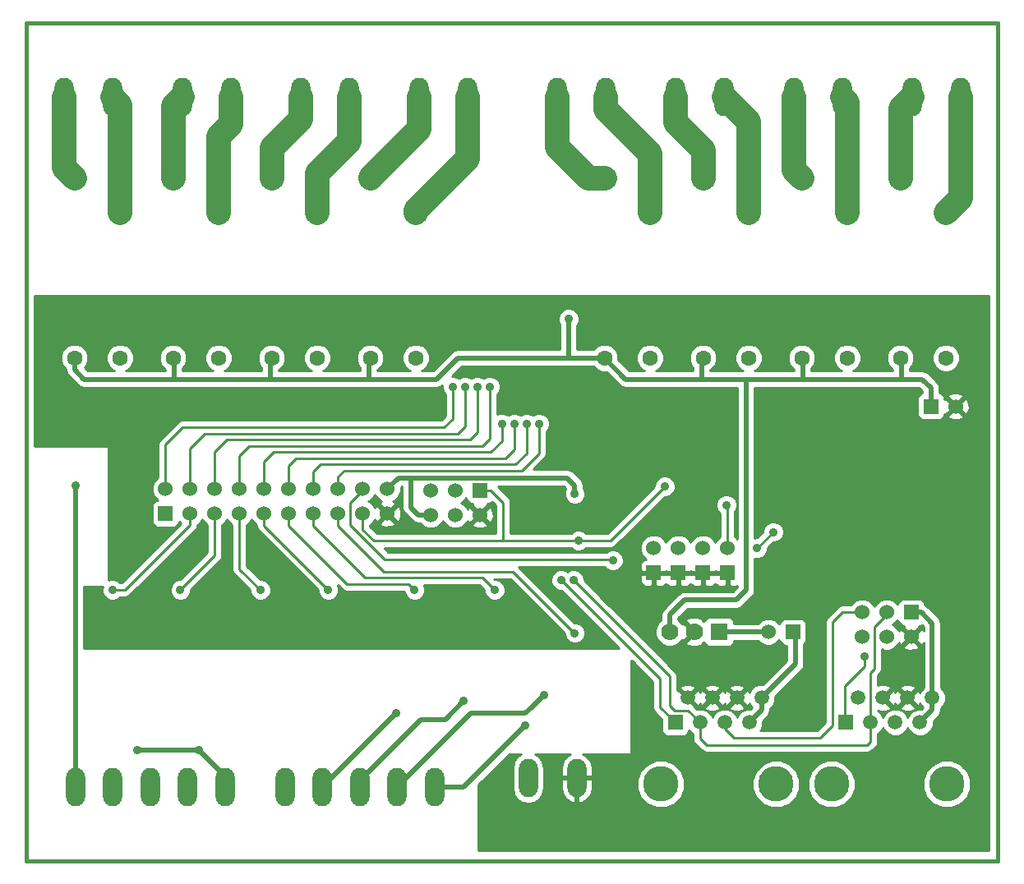
<source format=gbl>
G04 (created by PCBNEW (2012-nov-02)-testing) date mer. 17 avril 2013 15:57:01 CEST*
%MOIN*%
G04 Gerber Fmt 3.4, Leading zero omitted, Abs format*
%FSLAX34Y34*%
G01*
G70*
G90*
G04 APERTURE LIST*
%ADD10C,2.3622e-06*%
%ADD11C,0.015*%
%ADD12R,0.06X0.06*%
%ADD13C,0.06*%
%ADD14O,0.078X0.156*%
%ADD15C,0.063*%
%ADD16C,0.1437*%
%ADD17R,0.0591X0.0591*%
%ADD18C,0.0591*%
%ADD19C,0.07*%
%ADD20R,0.07X0.07*%
%ADD21C,0.035*%
%ADD22C,0.0197*%
%ADD23C,0.1*%
%ADD24C,0.01*%
G04 APERTURE END LIST*
G54D10*
G54D11*
X71500Y-62000D02*
X110900Y-62000D01*
X71500Y-28000D02*
X110900Y-28000D01*
X110900Y-28000D02*
X110800Y-28000D01*
X110900Y-62000D02*
X110900Y-28000D01*
X71500Y-62000D02*
X71500Y-28000D01*
G54D12*
X77150Y-47900D03*
G54D13*
X77150Y-46900D03*
X78150Y-47900D03*
X78150Y-46900D03*
X79150Y-47900D03*
X79150Y-46900D03*
X80150Y-47900D03*
X80150Y-46900D03*
X81150Y-47900D03*
X81150Y-46900D03*
X82150Y-47900D03*
X82150Y-46900D03*
X83150Y-47900D03*
X83150Y-46900D03*
X84150Y-47900D03*
X84150Y-46900D03*
X85150Y-47900D03*
X85150Y-46900D03*
X86150Y-47900D03*
X86150Y-46900D03*
G54D12*
X102600Y-52700D03*
G54D13*
X101600Y-52700D03*
G54D14*
X91860Y-58625D03*
X93830Y-58625D03*
X82000Y-59000D03*
X83515Y-59000D03*
X85031Y-59000D03*
X86547Y-59000D03*
X88062Y-59000D03*
X73500Y-59000D03*
X75015Y-59000D03*
X76531Y-59000D03*
X78047Y-59000D03*
X79562Y-59000D03*
G54D15*
X98953Y-41587D03*
X100803Y-41587D03*
X100803Y-35681D03*
X98953Y-34303D03*
X85453Y-41587D03*
X87303Y-41587D03*
X87303Y-35681D03*
X85453Y-34303D03*
X102953Y-41587D03*
X104803Y-41587D03*
X104803Y-35681D03*
X102953Y-34303D03*
X81453Y-41587D03*
X83303Y-41587D03*
X83303Y-35681D03*
X81453Y-34303D03*
X106953Y-41587D03*
X108803Y-41587D03*
X108803Y-35681D03*
X106953Y-34303D03*
X77453Y-41587D03*
X79303Y-41587D03*
X79303Y-35681D03*
X77453Y-34303D03*
X73453Y-41587D03*
X75303Y-41587D03*
X75303Y-35681D03*
X73453Y-34303D03*
X94953Y-41587D03*
X96803Y-41587D03*
X96803Y-35681D03*
X94953Y-34303D03*
G54D12*
X107400Y-51900D03*
G54D13*
X107400Y-52900D03*
X106400Y-51900D03*
X106400Y-52900D03*
X105400Y-51900D03*
X105400Y-52900D03*
G54D14*
X89390Y-31000D03*
X87420Y-31000D03*
X84590Y-31000D03*
X82620Y-31000D03*
X79790Y-31000D03*
X77820Y-31000D03*
X94990Y-31000D03*
X93020Y-31000D03*
X74990Y-31000D03*
X73020Y-31000D03*
X99790Y-31000D03*
X97820Y-31000D03*
X109390Y-31000D03*
X107420Y-31000D03*
X104590Y-31000D03*
X102620Y-31000D03*
G54D12*
X99950Y-50300D03*
G54D13*
X99950Y-49300D03*
G54D12*
X98950Y-50300D03*
G54D13*
X98950Y-49300D03*
G54D12*
X96950Y-50300D03*
G54D13*
X96950Y-49300D03*
G54D12*
X108200Y-43550D03*
G54D13*
X109200Y-43550D03*
G54D12*
X97950Y-50300D03*
G54D13*
X97950Y-49300D03*
G54D16*
X101913Y-58875D03*
X97240Y-58875D03*
G54D17*
X97825Y-56375D03*
G54D18*
X98325Y-55375D03*
X98825Y-56375D03*
X99325Y-55375D03*
X99825Y-56375D03*
X100325Y-55375D03*
X100825Y-56375D03*
X101325Y-55375D03*
G54D16*
X108838Y-58875D03*
X104165Y-58875D03*
G54D17*
X104750Y-56375D03*
G54D18*
X105250Y-55375D03*
X105750Y-56375D03*
X106250Y-55375D03*
X106750Y-56375D03*
X107250Y-55375D03*
X107750Y-56375D03*
X108250Y-55375D03*
G54D12*
X89900Y-46950D03*
G54D13*
X89900Y-47950D03*
X88900Y-46950D03*
X88900Y-47950D03*
X87900Y-46950D03*
X87900Y-47950D03*
G54D19*
X97600Y-52700D03*
X98600Y-52700D03*
G54D20*
X99600Y-52700D03*
G54D21*
X93500Y-40000D03*
X93750Y-47100D03*
X99900Y-47550D03*
X75000Y-51000D03*
X77750Y-51000D03*
X81000Y-51000D03*
X83750Y-51000D03*
X87250Y-51000D03*
X90500Y-51000D03*
X93750Y-52750D03*
X78500Y-57500D03*
X76000Y-57500D03*
X91750Y-56500D03*
X103600Y-46600D03*
X92500Y-48100D03*
X94400Y-47600D03*
X93500Y-43900D03*
X73500Y-46750D03*
X86500Y-56000D03*
X89250Y-55500D03*
X92500Y-55250D03*
X95300Y-49800D03*
X101150Y-49300D03*
X101800Y-48650D03*
X88800Y-42750D03*
X89300Y-42750D03*
X89800Y-42750D03*
X90300Y-42750D03*
X90800Y-44250D03*
X91300Y-44250D03*
X91800Y-44250D03*
X92300Y-44250D03*
X97400Y-46800D03*
X93900Y-49000D03*
X93700Y-50600D03*
X105500Y-53700D03*
X93200Y-50600D03*
G54D22*
X93500Y-40000D02*
X93500Y-41587D01*
X93500Y-41587D02*
X93500Y-41500D01*
X93500Y-41500D02*
X93500Y-41587D01*
X100700Y-42450D02*
X100700Y-42700D01*
X100700Y-42700D02*
X100700Y-43400D01*
X100700Y-42450D02*
X100700Y-42500D01*
X100700Y-42500D02*
X100700Y-42450D01*
X97600Y-52700D02*
X97600Y-52000D01*
X97600Y-52000D02*
X98200Y-51400D01*
X98200Y-51400D02*
X100300Y-51400D01*
X100300Y-51400D02*
X100700Y-51000D01*
X100700Y-51000D02*
X100700Y-43400D01*
X100700Y-43400D02*
X100700Y-43334D01*
X94953Y-41587D02*
X95816Y-42450D01*
X96050Y-42450D02*
X98900Y-42450D01*
X96050Y-42450D02*
X95816Y-42450D01*
X98900Y-42450D02*
X98900Y-41640D01*
X98900Y-41640D02*
X98953Y-41587D01*
X107000Y-42450D02*
X107000Y-41634D01*
X107000Y-41634D02*
X106953Y-41587D01*
X103000Y-42450D02*
X103000Y-41634D01*
X103000Y-41634D02*
X102953Y-41587D01*
X98900Y-41640D02*
X98953Y-41587D01*
X85400Y-42450D02*
X85400Y-41640D01*
X85400Y-41640D02*
X85453Y-41587D01*
X81400Y-42450D02*
X81400Y-41640D01*
X81400Y-41640D02*
X81453Y-41587D01*
X99400Y-42450D02*
X98900Y-42450D01*
X99400Y-42450D02*
X100700Y-42450D01*
X100700Y-42450D02*
X100950Y-42450D01*
X100950Y-42450D02*
X101150Y-42450D01*
X101150Y-42450D02*
X103000Y-42450D01*
X77500Y-42450D02*
X81400Y-42450D01*
X81400Y-42450D02*
X85400Y-42450D01*
X85400Y-42450D02*
X88150Y-42450D01*
X88150Y-42450D02*
X89013Y-41587D01*
X89013Y-41587D02*
X93500Y-41587D01*
X93500Y-41587D02*
X93900Y-41587D01*
X93900Y-41587D02*
X94953Y-41587D01*
X77500Y-42450D02*
X77500Y-41634D01*
X77500Y-41634D02*
X77453Y-41587D01*
X76453Y-42450D02*
X73850Y-42450D01*
X77500Y-42450D02*
X76500Y-42450D01*
X76453Y-42450D02*
X76500Y-42450D01*
X73453Y-42053D02*
X73453Y-41587D01*
X73850Y-42450D02*
X73453Y-42053D01*
X103500Y-42450D02*
X107000Y-42450D01*
X107000Y-42450D02*
X107450Y-42450D01*
X107450Y-42450D02*
X107850Y-42450D01*
X108200Y-42800D02*
X108200Y-43550D01*
X107850Y-42450D02*
X108200Y-42800D01*
X103000Y-42450D02*
X103500Y-42450D01*
X99600Y-52700D02*
X101600Y-52700D01*
X93300Y-46450D02*
X93450Y-46450D01*
X93750Y-46750D02*
X93750Y-47100D01*
X93450Y-46450D02*
X93750Y-46750D01*
X87900Y-47950D02*
X87400Y-47950D01*
X87100Y-47650D02*
X87100Y-46450D01*
X87400Y-47950D02*
X87100Y-47650D01*
X86150Y-46900D02*
X86600Y-46450D01*
X86600Y-46450D02*
X87100Y-46450D01*
X87100Y-46450D02*
X93300Y-46450D01*
X93300Y-46450D02*
X93350Y-46450D01*
G54D23*
X75303Y-35681D02*
X75303Y-31313D01*
X75303Y-31313D02*
X74990Y-31000D01*
X73020Y-31000D02*
X73020Y-33870D01*
X73020Y-33870D02*
X73453Y-34303D01*
X79303Y-35681D02*
X79303Y-32597D01*
X79790Y-32110D02*
X79790Y-31000D01*
X79303Y-32597D02*
X79790Y-32110D01*
X77453Y-34303D02*
X77453Y-31367D01*
X77453Y-31367D02*
X77820Y-31000D01*
X83303Y-35681D02*
X83303Y-34097D01*
X84590Y-32810D02*
X84590Y-31000D01*
X83303Y-34097D02*
X84590Y-32810D01*
X81453Y-34303D02*
X81453Y-33047D01*
X82620Y-31880D02*
X82620Y-31000D01*
X81453Y-33047D02*
X82620Y-31880D01*
X87303Y-35681D02*
X87303Y-35597D01*
X89390Y-33510D02*
X89390Y-31000D01*
X87303Y-35597D02*
X89390Y-33510D01*
X85453Y-34303D02*
X85453Y-34247D01*
X87420Y-32280D02*
X87420Y-31000D01*
X85453Y-34247D02*
X87420Y-32280D01*
X94990Y-31000D02*
X94990Y-31490D01*
X96803Y-33303D02*
X96803Y-35681D01*
X94990Y-31490D02*
X96803Y-33303D01*
X93020Y-31000D02*
X93020Y-33020D01*
X94303Y-34303D02*
X94953Y-34303D01*
X93020Y-33020D02*
X94303Y-34303D01*
X99790Y-31000D02*
X99800Y-31000D01*
X100803Y-32003D02*
X100803Y-35681D01*
X99800Y-31000D02*
X100803Y-32003D01*
X97820Y-31000D02*
X97820Y-32020D01*
X98953Y-33153D02*
X98953Y-34303D01*
X97820Y-32020D02*
X98953Y-33153D01*
X104803Y-35681D02*
X104803Y-31213D01*
X104803Y-31213D02*
X104590Y-31000D01*
X102620Y-31000D02*
X102620Y-33970D01*
X102620Y-33970D02*
X102953Y-34303D01*
X109390Y-31000D02*
X109390Y-35094D01*
X109390Y-35094D02*
X108803Y-35681D01*
X106953Y-34303D02*
X106953Y-31467D01*
X106953Y-31467D02*
X107420Y-31000D01*
G54D24*
X99825Y-56375D02*
X99825Y-56625D01*
X104600Y-51900D02*
X105400Y-51900D01*
X104200Y-52300D02*
X104600Y-51900D01*
X104200Y-56500D02*
X104200Y-52300D01*
X103700Y-57000D02*
X104200Y-56500D01*
X100200Y-57000D02*
X103700Y-57000D01*
X99825Y-56625D02*
X100200Y-57000D01*
G54D22*
X108250Y-55375D02*
X108250Y-52350D01*
X108250Y-52350D02*
X107800Y-51900D01*
X107800Y-51900D02*
X107400Y-51900D01*
X101325Y-55375D02*
X102700Y-54000D01*
X102700Y-52800D02*
X102600Y-52700D01*
X102700Y-54000D02*
X102700Y-52800D01*
X108250Y-55375D02*
X108250Y-55875D01*
X108250Y-55875D02*
X107750Y-56375D01*
X101325Y-55375D02*
X101325Y-55875D01*
X101325Y-55875D02*
X100825Y-56375D01*
G54D24*
X99950Y-47600D02*
X99950Y-49300D01*
X99900Y-47550D02*
X99950Y-47600D01*
X75000Y-51000D02*
X75500Y-51000D01*
X78150Y-47900D02*
X78150Y-48350D01*
X78150Y-48350D02*
X75500Y-51000D01*
X79150Y-49600D02*
X79150Y-47900D01*
X77750Y-51000D02*
X79150Y-49600D01*
X80150Y-50150D02*
X80150Y-47900D01*
X81000Y-51000D02*
X80150Y-50150D01*
X81150Y-48400D02*
X81150Y-47900D01*
X83750Y-51000D02*
X81150Y-48400D01*
X82150Y-48400D02*
X82150Y-47900D01*
X84500Y-50750D02*
X82150Y-48400D01*
X87000Y-50750D02*
X84500Y-50750D01*
X87250Y-51000D02*
X87000Y-50750D01*
X83150Y-48400D02*
X83150Y-47900D01*
X85250Y-50500D02*
X83150Y-48400D01*
X90000Y-50500D02*
X85250Y-50500D01*
X90500Y-51000D02*
X90000Y-50500D01*
X84150Y-48400D02*
X84150Y-47900D01*
X86000Y-50250D02*
X84150Y-48400D01*
X91250Y-50250D02*
X86000Y-50250D01*
X93750Y-52750D02*
X91250Y-50250D01*
G54D22*
X79562Y-58562D02*
X79562Y-59000D01*
X78500Y-57500D02*
X79562Y-58562D01*
X76000Y-57500D02*
X78500Y-57500D01*
X91750Y-56500D02*
X89250Y-59000D01*
X89250Y-59000D02*
X88062Y-59000D01*
G54D24*
X103600Y-46600D02*
X105200Y-46600D01*
X105200Y-46600D02*
X105300Y-46600D01*
X94400Y-47600D02*
X93200Y-47600D01*
X92700Y-48100D02*
X92500Y-48100D01*
X93200Y-47600D02*
X92700Y-48100D01*
X94400Y-44800D02*
X94400Y-47600D01*
X93500Y-43900D02*
X94400Y-44800D01*
G54D22*
X73500Y-46750D02*
X73500Y-59000D01*
X83515Y-59000D02*
X83515Y-58984D01*
X83515Y-58984D02*
X86500Y-56000D01*
X85031Y-59000D02*
X85031Y-58718D01*
X88500Y-56250D02*
X89250Y-55500D01*
X87500Y-56250D02*
X88500Y-56250D01*
X85031Y-58718D02*
X87500Y-56250D01*
X89547Y-56000D02*
X86547Y-59000D01*
X91750Y-56000D02*
X89547Y-56000D01*
X92000Y-55750D02*
X91750Y-56000D01*
X92500Y-55250D02*
X92000Y-55750D01*
G54D24*
X94150Y-49750D02*
X95250Y-49750D01*
X95250Y-49750D02*
X95300Y-49800D01*
X101150Y-49300D02*
X101800Y-48650D01*
X86050Y-49750D02*
X94150Y-49750D01*
X94150Y-49750D02*
X94200Y-49750D01*
X85150Y-46900D02*
X85150Y-46950D01*
X84650Y-48350D02*
X86050Y-49750D01*
X84650Y-47450D02*
X84650Y-48350D01*
X85150Y-46950D02*
X84650Y-47450D01*
X87650Y-44400D02*
X88450Y-44400D01*
X77150Y-46900D02*
X77150Y-45100D01*
X88800Y-44050D02*
X88800Y-42750D01*
X88450Y-44400D02*
X88800Y-44050D01*
X77850Y-44400D02*
X87650Y-44400D01*
X77150Y-45100D02*
X77850Y-44400D01*
X88200Y-44650D02*
X89000Y-44650D01*
X78150Y-45250D02*
X78750Y-44650D01*
X78750Y-44650D02*
X88200Y-44650D01*
X89000Y-44650D02*
X89300Y-44350D01*
X89300Y-44350D02*
X89300Y-42750D01*
X78150Y-45250D02*
X78150Y-46900D01*
X89500Y-44900D02*
X88700Y-44900D01*
X79150Y-45400D02*
X79650Y-44900D01*
X79650Y-44900D02*
X88700Y-44900D01*
X79150Y-45400D02*
X79150Y-46900D01*
X89500Y-44900D02*
X89550Y-44850D01*
X89800Y-44600D02*
X89800Y-42750D01*
X89500Y-44900D02*
X89550Y-44850D01*
X89550Y-44850D02*
X89800Y-44600D01*
X89200Y-45150D02*
X90000Y-45150D01*
X80150Y-46900D02*
X80150Y-45550D01*
X80150Y-45550D02*
X80550Y-45150D01*
X80550Y-45150D02*
X89200Y-45150D01*
X90000Y-45150D02*
X90300Y-44850D01*
X90300Y-44850D02*
X90300Y-42750D01*
X89500Y-45400D02*
X90350Y-45400D01*
X90350Y-45400D02*
X90800Y-44950D01*
X90800Y-44950D02*
X90800Y-44250D01*
X81150Y-46900D02*
X81150Y-45800D01*
X81550Y-45400D02*
X89500Y-45400D01*
X89500Y-45400D02*
X89550Y-45400D01*
X81150Y-45800D02*
X81550Y-45400D01*
X90150Y-45650D02*
X90950Y-45650D01*
X82150Y-45950D02*
X82450Y-45650D01*
X82450Y-45650D02*
X90150Y-45650D01*
X90950Y-45650D02*
X91300Y-45300D01*
X91300Y-45300D02*
X91300Y-44250D01*
X82150Y-45950D02*
X82150Y-46900D01*
X90550Y-45900D02*
X91350Y-45900D01*
X83150Y-46200D02*
X83450Y-45900D01*
X83450Y-45900D02*
X90550Y-45900D01*
X91350Y-45900D02*
X91800Y-45450D01*
X91800Y-45450D02*
X91800Y-44250D01*
X83150Y-46200D02*
X83150Y-46900D01*
X90800Y-46150D02*
X91600Y-46150D01*
X84150Y-46400D02*
X84400Y-46150D01*
X84400Y-46150D02*
X90800Y-46150D01*
X91600Y-46150D02*
X92300Y-45450D01*
X92300Y-45450D02*
X92300Y-44250D01*
X84150Y-46400D02*
X84150Y-46900D01*
X97400Y-46800D02*
X95200Y-49000D01*
X95200Y-49000D02*
X93900Y-49000D01*
X93100Y-49000D02*
X93200Y-49000D01*
X93100Y-49000D02*
X90850Y-49000D01*
X93200Y-49000D02*
X93900Y-49000D01*
X89900Y-46950D02*
X90350Y-46950D01*
X90850Y-47450D02*
X90850Y-49000D01*
X90350Y-46950D02*
X90850Y-47450D01*
X90850Y-49000D02*
X85600Y-49000D01*
X85150Y-48550D02*
X85150Y-47900D01*
X85600Y-49000D02*
X85150Y-48550D01*
X105750Y-54350D02*
X105750Y-56375D01*
X105900Y-54200D02*
X105750Y-54350D01*
X105900Y-52500D02*
X105900Y-54200D01*
X106400Y-52000D02*
X105900Y-52500D01*
X106400Y-51900D02*
X106400Y-52000D01*
X94700Y-51600D02*
X97400Y-54300D01*
X93700Y-50600D02*
X94700Y-51600D01*
X98350Y-55900D02*
X98825Y-56375D01*
X97800Y-55900D02*
X98350Y-55900D01*
X97600Y-55700D02*
X97800Y-55900D01*
X97600Y-54500D02*
X97600Y-55700D01*
X97400Y-54300D02*
X97600Y-54500D01*
X98825Y-56375D02*
X98825Y-57025D01*
X105750Y-57150D02*
X105750Y-56375D01*
X105600Y-57300D02*
X105750Y-57150D01*
X99100Y-57300D02*
X105600Y-57300D01*
X98825Y-57025D02*
X99100Y-57300D01*
X104750Y-56375D02*
X104750Y-56250D01*
X105500Y-54100D02*
X105500Y-53700D01*
X104700Y-54900D02*
X105500Y-54100D01*
X104700Y-56200D02*
X104700Y-54900D01*
X104750Y-56250D02*
X104700Y-56200D01*
X93200Y-50600D02*
X96300Y-53700D01*
X97200Y-55750D02*
X97825Y-56375D01*
X97200Y-54600D02*
X97200Y-55750D01*
X96300Y-53700D02*
X97200Y-54600D01*
G54D10*
G36*
X90550Y-48700D02*
X90454Y-48700D01*
X90454Y-48031D01*
X90443Y-47813D01*
X90381Y-47662D01*
X90285Y-47634D01*
X89970Y-47950D01*
X90285Y-48265D01*
X90381Y-48237D01*
X90454Y-48031D01*
X90454Y-48700D01*
X90215Y-48700D01*
X90215Y-48335D01*
X89900Y-48020D01*
X89584Y-48335D01*
X89612Y-48431D01*
X89818Y-48504D01*
X90036Y-48493D01*
X90187Y-48431D01*
X90215Y-48335D01*
X90215Y-48700D01*
X86704Y-48700D01*
X86704Y-47981D01*
X86693Y-47763D01*
X86631Y-47612D01*
X86535Y-47584D01*
X86220Y-47900D01*
X86535Y-48215D01*
X86631Y-48187D01*
X86704Y-47981D01*
X86704Y-48700D01*
X86465Y-48700D01*
X86465Y-48285D01*
X86150Y-47970D01*
X85834Y-48285D01*
X85862Y-48381D01*
X86068Y-48454D01*
X86286Y-48443D01*
X86437Y-48381D01*
X86465Y-48285D01*
X86465Y-48700D01*
X85724Y-48700D01*
X85450Y-48425D01*
X85450Y-48371D01*
X85461Y-48366D01*
X85615Y-48211D01*
X85647Y-48136D01*
X85668Y-48187D01*
X85764Y-48215D01*
X86079Y-47900D01*
X85764Y-47584D01*
X85668Y-47612D01*
X85649Y-47667D01*
X85616Y-47588D01*
X85461Y-47434D01*
X85380Y-47400D01*
X85461Y-47366D01*
X85615Y-47211D01*
X85649Y-47130D01*
X85683Y-47211D01*
X85838Y-47365D01*
X85913Y-47397D01*
X85862Y-47418D01*
X85834Y-47514D01*
X86150Y-47829D01*
X86465Y-47514D01*
X86437Y-47418D01*
X86382Y-47399D01*
X86461Y-47366D01*
X86615Y-47211D01*
X86699Y-47009D01*
X86700Y-46842D01*
X86744Y-46798D01*
X86751Y-46798D01*
X86751Y-47650D01*
X86778Y-47783D01*
X86853Y-47896D01*
X87153Y-48196D01*
X87153Y-48196D01*
X87266Y-48271D01*
X87399Y-48298D01*
X87399Y-48298D01*
X87400Y-48298D01*
X87470Y-48298D01*
X87588Y-48415D01*
X87790Y-48499D01*
X88008Y-48500D01*
X88211Y-48416D01*
X88365Y-48261D01*
X88399Y-48180D01*
X88433Y-48261D01*
X88588Y-48415D01*
X88790Y-48499D01*
X89008Y-48500D01*
X89211Y-48416D01*
X89365Y-48261D01*
X89397Y-48186D01*
X89418Y-48237D01*
X89514Y-48265D01*
X89829Y-47950D01*
X89514Y-47634D01*
X89418Y-47662D01*
X89399Y-47717D01*
X89366Y-47638D01*
X89211Y-47484D01*
X89130Y-47450D01*
X89211Y-47416D01*
X89349Y-47277D01*
X89349Y-47299D01*
X89387Y-47391D01*
X89458Y-47461D01*
X89550Y-47499D01*
X89603Y-47500D01*
X89584Y-47564D01*
X89900Y-47879D01*
X90215Y-47564D01*
X90196Y-47500D01*
X90249Y-47500D01*
X90341Y-47462D01*
X90389Y-47413D01*
X90550Y-47574D01*
X90550Y-48700D01*
X90550Y-48700D01*
G37*
G54D24*
X90550Y-48700D02*
X90454Y-48700D01*
X90454Y-48031D01*
X90443Y-47813D01*
X90381Y-47662D01*
X90285Y-47634D01*
X89970Y-47950D01*
X90285Y-48265D01*
X90381Y-48237D01*
X90454Y-48031D01*
X90454Y-48700D01*
X90215Y-48700D01*
X90215Y-48335D01*
X89900Y-48020D01*
X89584Y-48335D01*
X89612Y-48431D01*
X89818Y-48504D01*
X90036Y-48493D01*
X90187Y-48431D01*
X90215Y-48335D01*
X90215Y-48700D01*
X86704Y-48700D01*
X86704Y-47981D01*
X86693Y-47763D01*
X86631Y-47612D01*
X86535Y-47584D01*
X86220Y-47900D01*
X86535Y-48215D01*
X86631Y-48187D01*
X86704Y-47981D01*
X86704Y-48700D01*
X86465Y-48700D01*
X86465Y-48285D01*
X86150Y-47970D01*
X85834Y-48285D01*
X85862Y-48381D01*
X86068Y-48454D01*
X86286Y-48443D01*
X86437Y-48381D01*
X86465Y-48285D01*
X86465Y-48700D01*
X85724Y-48700D01*
X85450Y-48425D01*
X85450Y-48371D01*
X85461Y-48366D01*
X85615Y-48211D01*
X85647Y-48136D01*
X85668Y-48187D01*
X85764Y-48215D01*
X86079Y-47900D01*
X85764Y-47584D01*
X85668Y-47612D01*
X85649Y-47667D01*
X85616Y-47588D01*
X85461Y-47434D01*
X85380Y-47400D01*
X85461Y-47366D01*
X85615Y-47211D01*
X85649Y-47130D01*
X85683Y-47211D01*
X85838Y-47365D01*
X85913Y-47397D01*
X85862Y-47418D01*
X85834Y-47514D01*
X86150Y-47829D01*
X86465Y-47514D01*
X86437Y-47418D01*
X86382Y-47399D01*
X86461Y-47366D01*
X86615Y-47211D01*
X86699Y-47009D01*
X86700Y-46842D01*
X86744Y-46798D01*
X86751Y-46798D01*
X86751Y-47650D01*
X86778Y-47783D01*
X86853Y-47896D01*
X87153Y-48196D01*
X87153Y-48196D01*
X87266Y-48271D01*
X87399Y-48298D01*
X87399Y-48298D01*
X87400Y-48298D01*
X87470Y-48298D01*
X87588Y-48415D01*
X87790Y-48499D01*
X88008Y-48500D01*
X88211Y-48416D01*
X88365Y-48261D01*
X88399Y-48180D01*
X88433Y-48261D01*
X88588Y-48415D01*
X88790Y-48499D01*
X89008Y-48500D01*
X89211Y-48416D01*
X89365Y-48261D01*
X89397Y-48186D01*
X89418Y-48237D01*
X89514Y-48265D01*
X89829Y-47950D01*
X89514Y-47634D01*
X89418Y-47662D01*
X89399Y-47717D01*
X89366Y-47638D01*
X89211Y-47484D01*
X89130Y-47450D01*
X89211Y-47416D01*
X89349Y-47277D01*
X89349Y-47299D01*
X89387Y-47391D01*
X89458Y-47461D01*
X89550Y-47499D01*
X89603Y-47500D01*
X89584Y-47564D01*
X89900Y-47879D01*
X90215Y-47564D01*
X90196Y-47500D01*
X90249Y-47500D01*
X90341Y-47462D01*
X90389Y-47413D01*
X90550Y-47574D01*
X90550Y-48700D01*
G54D10*
G36*
X105326Y-55380D02*
X105255Y-55451D01*
X105250Y-55445D01*
X105244Y-55451D01*
X105173Y-55380D01*
X105179Y-55375D01*
X105173Y-55369D01*
X105244Y-55298D01*
X105250Y-55304D01*
X105255Y-55298D01*
X105326Y-55369D01*
X105320Y-55375D01*
X105326Y-55380D01*
X105326Y-55380D01*
G37*
G54D24*
X105326Y-55380D02*
X105255Y-55451D01*
X105250Y-55445D01*
X105244Y-55451D01*
X105173Y-55380D01*
X105179Y-55375D01*
X105173Y-55369D01*
X105244Y-55298D01*
X105250Y-55304D01*
X105255Y-55298D01*
X105326Y-55369D01*
X105320Y-55375D01*
X105326Y-55380D01*
G54D10*
G36*
X107901Y-54952D02*
X107787Y-55065D01*
X107752Y-55150D01*
X107727Y-55089D01*
X107715Y-55086D01*
X107715Y-53285D01*
X107400Y-52970D01*
X107084Y-53285D01*
X107112Y-53381D01*
X107318Y-53454D01*
X107536Y-53443D01*
X107687Y-53381D01*
X107715Y-53285D01*
X107715Y-55086D01*
X107632Y-55063D01*
X107561Y-55133D01*
X107561Y-54992D01*
X107535Y-54897D01*
X107330Y-54824D01*
X107113Y-54835D01*
X106964Y-54897D01*
X106938Y-54992D01*
X107250Y-55304D01*
X107561Y-54992D01*
X107561Y-55133D01*
X107320Y-55375D01*
X107632Y-55686D01*
X107727Y-55660D01*
X107750Y-55595D01*
X107787Y-55683D01*
X107867Y-55764D01*
X107802Y-55829D01*
X107641Y-55829D01*
X107561Y-55862D01*
X107561Y-55757D01*
X107250Y-55445D01*
X107179Y-55516D01*
X107179Y-55375D01*
X106867Y-55063D01*
X106772Y-55089D01*
X106751Y-55148D01*
X106727Y-55089D01*
X106632Y-55063D01*
X106320Y-55375D01*
X106632Y-55686D01*
X106727Y-55660D01*
X106748Y-55601D01*
X106772Y-55660D01*
X106867Y-55686D01*
X107179Y-55375D01*
X107179Y-55516D01*
X106938Y-55757D01*
X106964Y-55852D01*
X107169Y-55925D01*
X107386Y-55914D01*
X107535Y-55852D01*
X107561Y-55757D01*
X107561Y-55862D01*
X107441Y-55912D01*
X107287Y-56065D01*
X107250Y-56156D01*
X107212Y-56066D01*
X107059Y-55912D01*
X106858Y-55829D01*
X106641Y-55829D01*
X106441Y-55912D01*
X106287Y-56065D01*
X106250Y-56156D01*
X106212Y-56066D01*
X106059Y-55912D01*
X106050Y-55908D01*
X106050Y-55882D01*
X106169Y-55925D01*
X106386Y-55914D01*
X106535Y-55852D01*
X106561Y-55757D01*
X106250Y-55445D01*
X106244Y-55451D01*
X106173Y-55380D01*
X106179Y-55375D01*
X106173Y-55369D01*
X106244Y-55298D01*
X106250Y-55304D01*
X106561Y-54992D01*
X106535Y-54897D01*
X106330Y-54824D01*
X106113Y-54835D01*
X106050Y-54862D01*
X106050Y-54474D01*
X106112Y-54412D01*
X106112Y-54412D01*
X106177Y-54314D01*
X106199Y-54200D01*
X106200Y-54200D01*
X106200Y-53412D01*
X106290Y-53449D01*
X106508Y-53450D01*
X106711Y-53366D01*
X106865Y-53211D01*
X106897Y-53136D01*
X106918Y-53187D01*
X107014Y-53215D01*
X107329Y-52900D01*
X107014Y-52584D01*
X106918Y-52612D01*
X106899Y-52667D01*
X106866Y-52588D01*
X106711Y-52434D01*
X106630Y-52400D01*
X106711Y-52366D01*
X106849Y-52227D01*
X106849Y-52249D01*
X106887Y-52341D01*
X106958Y-52411D01*
X107050Y-52449D01*
X107103Y-52450D01*
X107084Y-52514D01*
X107400Y-52829D01*
X107715Y-52514D01*
X107696Y-52450D01*
X107749Y-52450D01*
X107825Y-52418D01*
X107901Y-52494D01*
X107901Y-52661D01*
X107881Y-52612D01*
X107785Y-52584D01*
X107470Y-52900D01*
X107785Y-53215D01*
X107881Y-53187D01*
X107901Y-53131D01*
X107901Y-54952D01*
X107901Y-54952D01*
G37*
G54D24*
X107901Y-54952D02*
X107787Y-55065D01*
X107752Y-55150D01*
X107727Y-55089D01*
X107715Y-55086D01*
X107715Y-53285D01*
X107400Y-52970D01*
X107084Y-53285D01*
X107112Y-53381D01*
X107318Y-53454D01*
X107536Y-53443D01*
X107687Y-53381D01*
X107715Y-53285D01*
X107715Y-55086D01*
X107632Y-55063D01*
X107561Y-55133D01*
X107561Y-54992D01*
X107535Y-54897D01*
X107330Y-54824D01*
X107113Y-54835D01*
X106964Y-54897D01*
X106938Y-54992D01*
X107250Y-55304D01*
X107561Y-54992D01*
X107561Y-55133D01*
X107320Y-55375D01*
X107632Y-55686D01*
X107727Y-55660D01*
X107750Y-55595D01*
X107787Y-55683D01*
X107867Y-55764D01*
X107802Y-55829D01*
X107641Y-55829D01*
X107561Y-55862D01*
X107561Y-55757D01*
X107250Y-55445D01*
X107179Y-55516D01*
X107179Y-55375D01*
X106867Y-55063D01*
X106772Y-55089D01*
X106751Y-55148D01*
X106727Y-55089D01*
X106632Y-55063D01*
X106320Y-55375D01*
X106632Y-55686D01*
X106727Y-55660D01*
X106748Y-55601D01*
X106772Y-55660D01*
X106867Y-55686D01*
X107179Y-55375D01*
X107179Y-55516D01*
X106938Y-55757D01*
X106964Y-55852D01*
X107169Y-55925D01*
X107386Y-55914D01*
X107535Y-55852D01*
X107561Y-55757D01*
X107561Y-55862D01*
X107441Y-55912D01*
X107287Y-56065D01*
X107250Y-56156D01*
X107212Y-56066D01*
X107059Y-55912D01*
X106858Y-55829D01*
X106641Y-55829D01*
X106441Y-55912D01*
X106287Y-56065D01*
X106250Y-56156D01*
X106212Y-56066D01*
X106059Y-55912D01*
X106050Y-55908D01*
X106050Y-55882D01*
X106169Y-55925D01*
X106386Y-55914D01*
X106535Y-55852D01*
X106561Y-55757D01*
X106250Y-55445D01*
X106244Y-55451D01*
X106173Y-55380D01*
X106179Y-55375D01*
X106173Y-55369D01*
X106244Y-55298D01*
X106250Y-55304D01*
X106561Y-54992D01*
X106535Y-54897D01*
X106330Y-54824D01*
X106113Y-54835D01*
X106050Y-54862D01*
X106050Y-54474D01*
X106112Y-54412D01*
X106112Y-54412D01*
X106177Y-54314D01*
X106199Y-54200D01*
X106200Y-54200D01*
X106200Y-53412D01*
X106290Y-53449D01*
X106508Y-53450D01*
X106711Y-53366D01*
X106865Y-53211D01*
X106897Y-53136D01*
X106918Y-53187D01*
X107014Y-53215D01*
X107329Y-52900D01*
X107014Y-52584D01*
X106918Y-52612D01*
X106899Y-52667D01*
X106866Y-52588D01*
X106711Y-52434D01*
X106630Y-52400D01*
X106711Y-52366D01*
X106849Y-52227D01*
X106849Y-52249D01*
X106887Y-52341D01*
X106958Y-52411D01*
X107050Y-52449D01*
X107103Y-52450D01*
X107084Y-52514D01*
X107400Y-52829D01*
X107715Y-52514D01*
X107696Y-52450D01*
X107749Y-52450D01*
X107825Y-52418D01*
X107901Y-52494D01*
X107901Y-52661D01*
X107881Y-52612D01*
X107785Y-52584D01*
X107470Y-52900D01*
X107785Y-53215D01*
X107881Y-53187D01*
X107901Y-53131D01*
X107901Y-54952D01*
G54D10*
G36*
X110550Y-61550D02*
X109806Y-61550D01*
X109806Y-58683D01*
X109754Y-58557D01*
X109754Y-43631D01*
X109743Y-43413D01*
X109681Y-43262D01*
X109585Y-43234D01*
X109515Y-43305D01*
X109515Y-43164D01*
X109487Y-43068D01*
X109368Y-43026D01*
X109368Y-41475D01*
X109282Y-41267D01*
X109123Y-41108D01*
X108915Y-41022D01*
X108691Y-41021D01*
X108483Y-41107D01*
X108324Y-41266D01*
X108238Y-41474D01*
X108237Y-41698D01*
X108323Y-41906D01*
X108482Y-42065D01*
X108690Y-42151D01*
X108914Y-42152D01*
X109122Y-42066D01*
X109281Y-41907D01*
X109367Y-41699D01*
X109368Y-41475D01*
X109368Y-43026D01*
X109281Y-42995D01*
X109063Y-43006D01*
X108912Y-43068D01*
X108884Y-43164D01*
X109200Y-43479D01*
X109515Y-43164D01*
X109515Y-43305D01*
X109270Y-43550D01*
X109585Y-43865D01*
X109681Y-43837D01*
X109754Y-43631D01*
X109754Y-58557D01*
X109659Y-58327D01*
X109515Y-58182D01*
X109515Y-43935D01*
X109200Y-43620D01*
X108884Y-43935D01*
X108912Y-44031D01*
X109118Y-44104D01*
X109336Y-44093D01*
X109487Y-44031D01*
X109515Y-43935D01*
X109515Y-58182D01*
X109387Y-58054D01*
X109031Y-57906D01*
X108646Y-57906D01*
X108290Y-58053D01*
X108017Y-58325D01*
X107869Y-58681D01*
X107869Y-59066D01*
X108016Y-59422D01*
X108288Y-59695D01*
X108644Y-59843D01*
X109029Y-59843D01*
X109385Y-59696D01*
X109658Y-59424D01*
X109806Y-59068D01*
X109806Y-58683D01*
X109806Y-61550D01*
X105133Y-61550D01*
X105133Y-58683D01*
X104986Y-58327D01*
X104714Y-58054D01*
X104358Y-57906D01*
X103973Y-57906D01*
X103617Y-58053D01*
X103344Y-58325D01*
X103196Y-58681D01*
X103196Y-59066D01*
X103343Y-59422D01*
X103615Y-59695D01*
X103971Y-59843D01*
X104356Y-59843D01*
X104712Y-59696D01*
X104985Y-59424D01*
X105133Y-59068D01*
X105133Y-58683D01*
X105133Y-61550D01*
X102881Y-61550D01*
X102881Y-58683D01*
X102734Y-58327D01*
X102462Y-58054D01*
X102106Y-57906D01*
X101721Y-57906D01*
X101365Y-58053D01*
X101092Y-58325D01*
X100944Y-58681D01*
X100944Y-59066D01*
X101091Y-59422D01*
X101363Y-59695D01*
X101719Y-59843D01*
X102104Y-59843D01*
X102460Y-59696D01*
X102733Y-59424D01*
X102881Y-59068D01*
X102881Y-58683D01*
X102881Y-61550D01*
X98208Y-61550D01*
X98208Y-58683D01*
X98061Y-58327D01*
X97789Y-58054D01*
X97433Y-57906D01*
X97048Y-57906D01*
X96692Y-58053D01*
X96419Y-58325D01*
X96271Y-58681D01*
X96271Y-59066D01*
X96418Y-59422D01*
X96690Y-59695D01*
X97046Y-59843D01*
X97431Y-59843D01*
X97787Y-59696D01*
X98060Y-59424D01*
X98208Y-59068D01*
X98208Y-58683D01*
X98208Y-61550D01*
X94470Y-61550D01*
X94470Y-59065D01*
X94470Y-58675D01*
X93880Y-58675D01*
X93880Y-59590D01*
X93979Y-59637D01*
X94028Y-59625D01*
X94247Y-59502D01*
X94402Y-59306D01*
X94470Y-59065D01*
X94470Y-61550D01*
X93780Y-61550D01*
X93780Y-59590D01*
X93780Y-58675D01*
X93190Y-58675D01*
X93190Y-59065D01*
X93257Y-59306D01*
X93412Y-59502D01*
X93631Y-59625D01*
X93680Y-59637D01*
X93780Y-59590D01*
X93780Y-61550D01*
X89850Y-61550D01*
X89850Y-58892D01*
X91092Y-57650D01*
X91575Y-57650D01*
X91407Y-57762D01*
X91268Y-57969D01*
X91220Y-58214D01*
X91220Y-59035D01*
X91268Y-59280D01*
X91407Y-59487D01*
X91615Y-59626D01*
X91860Y-59675D01*
X92104Y-59626D01*
X92312Y-59487D01*
X92451Y-59280D01*
X92500Y-59035D01*
X92500Y-58214D01*
X92451Y-57969D01*
X92312Y-57762D01*
X92144Y-57650D01*
X93585Y-57650D01*
X93412Y-57747D01*
X93257Y-57943D01*
X93190Y-58185D01*
X93190Y-58575D01*
X93780Y-58575D01*
X93780Y-58567D01*
X93880Y-58567D01*
X93880Y-58575D01*
X94470Y-58575D01*
X94470Y-58185D01*
X94402Y-57943D01*
X94247Y-57747D01*
X94074Y-57650D01*
X96050Y-57650D01*
X96050Y-53874D01*
X96087Y-53912D01*
X96087Y-53912D01*
X96087Y-53912D01*
X96900Y-54724D01*
X96900Y-55750D01*
X96922Y-55864D01*
X96987Y-55962D01*
X97279Y-56253D01*
X97279Y-56720D01*
X97317Y-56811D01*
X97387Y-56882D01*
X97479Y-56920D01*
X97579Y-56920D01*
X98170Y-56920D01*
X98261Y-56882D01*
X98332Y-56812D01*
X98370Y-56720D01*
X98370Y-56691D01*
X98515Y-56837D01*
X98525Y-56841D01*
X98525Y-57025D01*
X98547Y-57139D01*
X98612Y-57237D01*
X98887Y-57512D01*
X98985Y-57577D01*
X99100Y-57600D01*
X105600Y-57600D01*
X105600Y-57599D01*
X105714Y-57577D01*
X105714Y-57577D01*
X105812Y-57512D01*
X105962Y-57362D01*
X105962Y-57362D01*
X106027Y-57264D01*
X106049Y-57150D01*
X106050Y-57150D01*
X106050Y-56841D01*
X106058Y-56837D01*
X106212Y-56684D01*
X106249Y-56593D01*
X106287Y-56683D01*
X106440Y-56837D01*
X106641Y-56920D01*
X106858Y-56920D01*
X107058Y-56837D01*
X107212Y-56684D01*
X107249Y-56593D01*
X107287Y-56683D01*
X107440Y-56837D01*
X107641Y-56920D01*
X107858Y-56920D01*
X108058Y-56837D01*
X108212Y-56684D01*
X108295Y-56483D01*
X108295Y-56322D01*
X108496Y-56121D01*
X108571Y-56008D01*
X108571Y-56008D01*
X108598Y-55875D01*
X108598Y-55797D01*
X108712Y-55684D01*
X108795Y-55483D01*
X108795Y-55266D01*
X108712Y-55066D01*
X108598Y-54951D01*
X108598Y-52350D01*
X108571Y-52216D01*
X108571Y-52216D01*
X108496Y-52103D01*
X108046Y-51653D01*
X107950Y-51589D01*
X107950Y-51550D01*
X107912Y-51458D01*
X107841Y-51388D01*
X107749Y-51350D01*
X107650Y-51349D01*
X107050Y-51349D01*
X106958Y-51387D01*
X106888Y-51458D01*
X106850Y-51550D01*
X106850Y-51572D01*
X106711Y-51434D01*
X106509Y-51350D01*
X106291Y-51349D01*
X106088Y-51433D01*
X105934Y-51588D01*
X105900Y-51669D01*
X105866Y-51588D01*
X105711Y-51434D01*
X105509Y-51350D01*
X105291Y-51349D01*
X105088Y-51433D01*
X104934Y-51588D01*
X104929Y-51600D01*
X104600Y-51600D01*
X104485Y-51622D01*
X104387Y-51687D01*
X103987Y-52087D01*
X103922Y-52185D01*
X103900Y-52300D01*
X103900Y-56375D01*
X103575Y-56700D01*
X101271Y-56700D01*
X101287Y-56684D01*
X101370Y-56483D01*
X101370Y-56322D01*
X101571Y-56121D01*
X101646Y-56008D01*
X101646Y-56008D01*
X101673Y-55875D01*
X101673Y-55797D01*
X101787Y-55684D01*
X101870Y-55483D01*
X101870Y-55322D01*
X102946Y-54246D01*
X102946Y-54246D01*
X102946Y-54246D01*
X103021Y-54133D01*
X103048Y-54000D01*
X103048Y-54000D01*
X103048Y-54000D01*
X103048Y-53205D01*
X103111Y-53141D01*
X103149Y-53049D01*
X103150Y-52950D01*
X103150Y-52350D01*
X103112Y-52258D01*
X103041Y-52188D01*
X102949Y-52150D01*
X102850Y-52149D01*
X102250Y-52149D01*
X102158Y-52187D01*
X102088Y-52258D01*
X102050Y-52350D01*
X102050Y-52372D01*
X101911Y-52234D01*
X101709Y-52150D01*
X101491Y-52149D01*
X101288Y-52233D01*
X101170Y-52351D01*
X100200Y-52351D01*
X100200Y-52300D01*
X100162Y-52208D01*
X100091Y-52138D01*
X99999Y-52100D01*
X99900Y-52099D01*
X99200Y-52099D01*
X99108Y-52137D01*
X99038Y-52208D01*
X99018Y-52254D01*
X98996Y-52232D01*
X98951Y-52277D01*
X98917Y-52177D01*
X98693Y-52095D01*
X98455Y-52105D01*
X98282Y-52177D01*
X98248Y-52277D01*
X98600Y-52629D01*
X98605Y-52623D01*
X98676Y-52694D01*
X98670Y-52700D01*
X98676Y-52705D01*
X98605Y-52776D01*
X98600Y-52770D01*
X98248Y-53122D01*
X98282Y-53222D01*
X98506Y-53304D01*
X98744Y-53294D01*
X98917Y-53222D01*
X98951Y-53122D01*
X98951Y-53122D01*
X98996Y-53167D01*
X99018Y-53145D01*
X99037Y-53191D01*
X99108Y-53261D01*
X99200Y-53299D01*
X99299Y-53300D01*
X99999Y-53300D01*
X100091Y-53262D01*
X100161Y-53191D01*
X100199Y-53099D01*
X100200Y-53048D01*
X101170Y-53048D01*
X101288Y-53165D01*
X101490Y-53249D01*
X101708Y-53250D01*
X101911Y-53166D01*
X102049Y-53027D01*
X102049Y-53049D01*
X102087Y-53141D01*
X102158Y-53211D01*
X102250Y-53249D01*
X102349Y-53250D01*
X102351Y-53250D01*
X102351Y-53855D01*
X101377Y-54829D01*
X101216Y-54829D01*
X101016Y-54912D01*
X100862Y-55065D01*
X100827Y-55150D01*
X100802Y-55089D01*
X100707Y-55063D01*
X100636Y-55133D01*
X100636Y-54992D01*
X100610Y-54897D01*
X100405Y-54824D01*
X100188Y-54835D01*
X100039Y-54897D01*
X100013Y-54992D01*
X100325Y-55304D01*
X100636Y-54992D01*
X100636Y-55133D01*
X100395Y-55375D01*
X100707Y-55686D01*
X100802Y-55660D01*
X100825Y-55595D01*
X100862Y-55683D01*
X100942Y-55764D01*
X100877Y-55829D01*
X100716Y-55829D01*
X100636Y-55862D01*
X100636Y-55757D01*
X100325Y-55445D01*
X100254Y-55516D01*
X100254Y-55375D01*
X99942Y-55063D01*
X99847Y-55089D01*
X99826Y-55148D01*
X99802Y-55089D01*
X99707Y-55063D01*
X99636Y-55133D01*
X99636Y-54992D01*
X99610Y-54897D01*
X99405Y-54824D01*
X99188Y-54835D01*
X99039Y-54897D01*
X99013Y-54992D01*
X99325Y-55304D01*
X99636Y-54992D01*
X99636Y-55133D01*
X99395Y-55375D01*
X99707Y-55686D01*
X99802Y-55660D01*
X99823Y-55601D01*
X99847Y-55660D01*
X99942Y-55686D01*
X100254Y-55375D01*
X100254Y-55516D01*
X100013Y-55757D01*
X100039Y-55852D01*
X100244Y-55925D01*
X100461Y-55914D01*
X100610Y-55852D01*
X100636Y-55757D01*
X100636Y-55862D01*
X100516Y-55912D01*
X100362Y-56065D01*
X100325Y-56156D01*
X100287Y-56066D01*
X100134Y-55912D01*
X99933Y-55829D01*
X99716Y-55829D01*
X99636Y-55862D01*
X99636Y-55757D01*
X99325Y-55445D01*
X99254Y-55516D01*
X99254Y-55375D01*
X98951Y-55072D01*
X98942Y-55063D01*
X98847Y-55089D01*
X98826Y-55148D01*
X98802Y-55089D01*
X98707Y-55063D01*
X98636Y-55133D01*
X98636Y-54992D01*
X98610Y-54897D01*
X98405Y-54824D01*
X98188Y-54835D01*
X98039Y-54897D01*
X98013Y-54992D01*
X98325Y-55304D01*
X98636Y-54992D01*
X98636Y-55133D01*
X98395Y-55375D01*
X98707Y-55686D01*
X98802Y-55660D01*
X98823Y-55601D01*
X98847Y-55660D01*
X98942Y-55686D01*
X99254Y-55375D01*
X99254Y-55516D01*
X99013Y-55757D01*
X99039Y-55852D01*
X99244Y-55925D01*
X99461Y-55914D01*
X99610Y-55852D01*
X99636Y-55757D01*
X99636Y-55862D01*
X99516Y-55912D01*
X99362Y-56065D01*
X99325Y-56156D01*
X99287Y-56066D01*
X99134Y-55912D01*
X98933Y-55829D01*
X98716Y-55829D01*
X98707Y-55833D01*
X98635Y-55761D01*
X98636Y-55757D01*
X98325Y-55445D01*
X98319Y-55451D01*
X98248Y-55380D01*
X98254Y-55375D01*
X97942Y-55063D01*
X97900Y-55075D01*
X97900Y-54500D01*
X97877Y-54385D01*
X97812Y-54287D01*
X97812Y-54287D01*
X97612Y-54087D01*
X97612Y-54087D01*
X97612Y-54087D01*
X96900Y-53375D01*
X96900Y-50787D01*
X96900Y-50350D01*
X96462Y-50350D01*
X96400Y-50412D01*
X96399Y-50649D01*
X96437Y-50741D01*
X96508Y-50811D01*
X96600Y-50849D01*
X96699Y-50850D01*
X96837Y-50850D01*
X96900Y-50787D01*
X96900Y-53375D01*
X94912Y-51387D01*
X94912Y-51387D01*
X94912Y-51387D01*
X94124Y-50600D01*
X94125Y-50515D01*
X94060Y-50359D01*
X93941Y-50239D01*
X93784Y-50175D01*
X93615Y-50174D01*
X93459Y-50239D01*
X93450Y-50248D01*
X93441Y-50239D01*
X93284Y-50175D01*
X93115Y-50174D01*
X92959Y-50239D01*
X92839Y-50358D01*
X92775Y-50515D01*
X92774Y-50684D01*
X92839Y-50840D01*
X92958Y-50960D01*
X93115Y-51024D01*
X93200Y-51025D01*
X95525Y-53350D01*
X73848Y-53350D01*
X73848Y-50850D01*
X74602Y-50850D01*
X74575Y-50915D01*
X74574Y-51084D01*
X74639Y-51240D01*
X74758Y-51360D01*
X74915Y-51424D01*
X75084Y-51425D01*
X75240Y-51360D01*
X75301Y-51300D01*
X75500Y-51300D01*
X75500Y-51299D01*
X75614Y-51277D01*
X75614Y-51277D01*
X75712Y-51212D01*
X78362Y-48562D01*
X78362Y-48562D01*
X78427Y-48464D01*
X78445Y-48373D01*
X78461Y-48366D01*
X78615Y-48211D01*
X78649Y-48130D01*
X78683Y-48211D01*
X78838Y-48365D01*
X78850Y-48370D01*
X78850Y-49475D01*
X77750Y-50575D01*
X77665Y-50574D01*
X77509Y-50639D01*
X77389Y-50758D01*
X77325Y-50915D01*
X77324Y-51084D01*
X77389Y-51240D01*
X77508Y-51360D01*
X77665Y-51424D01*
X77834Y-51425D01*
X77990Y-51360D01*
X78110Y-51241D01*
X78174Y-51084D01*
X78175Y-50999D01*
X79362Y-49812D01*
X79362Y-49812D01*
X79427Y-49714D01*
X79449Y-49600D01*
X79450Y-49600D01*
X79450Y-48371D01*
X79461Y-48366D01*
X79615Y-48211D01*
X79649Y-48130D01*
X79683Y-48211D01*
X79838Y-48365D01*
X79850Y-48370D01*
X79850Y-50150D01*
X79872Y-50264D01*
X79937Y-50362D01*
X80575Y-50999D01*
X80574Y-51084D01*
X80639Y-51240D01*
X80758Y-51360D01*
X80915Y-51424D01*
X81084Y-51425D01*
X81240Y-51360D01*
X81360Y-51241D01*
X81424Y-51084D01*
X81425Y-50915D01*
X81360Y-50759D01*
X81241Y-50639D01*
X81084Y-50575D01*
X80999Y-50574D01*
X80450Y-50025D01*
X80450Y-48371D01*
X80461Y-48366D01*
X80615Y-48211D01*
X80649Y-48130D01*
X80683Y-48211D01*
X80838Y-48365D01*
X80850Y-48370D01*
X80850Y-48400D01*
X80872Y-48514D01*
X80937Y-48612D01*
X83325Y-50999D01*
X83324Y-51084D01*
X83389Y-51240D01*
X83508Y-51360D01*
X83665Y-51424D01*
X83834Y-51425D01*
X83990Y-51360D01*
X84110Y-51241D01*
X84174Y-51084D01*
X84175Y-50915D01*
X84128Y-50802D01*
X84287Y-50962D01*
X84287Y-50962D01*
X84385Y-51027D01*
X84499Y-51049D01*
X84500Y-51050D01*
X86824Y-51050D01*
X86824Y-51084D01*
X86889Y-51240D01*
X87008Y-51360D01*
X87165Y-51424D01*
X87334Y-51425D01*
X87490Y-51360D01*
X87610Y-51241D01*
X87674Y-51084D01*
X87675Y-50915D01*
X87627Y-50800D01*
X89875Y-50800D01*
X90075Y-50999D01*
X90074Y-51084D01*
X90139Y-51240D01*
X90258Y-51360D01*
X90415Y-51424D01*
X90584Y-51425D01*
X90740Y-51360D01*
X90860Y-51241D01*
X90924Y-51084D01*
X90925Y-50915D01*
X90860Y-50759D01*
X90741Y-50639D01*
X90584Y-50575D01*
X90499Y-50574D01*
X90474Y-50550D01*
X91125Y-50550D01*
X93325Y-52749D01*
X93324Y-52834D01*
X93389Y-52990D01*
X93508Y-53110D01*
X93665Y-53174D01*
X93834Y-53175D01*
X93990Y-53110D01*
X94110Y-52991D01*
X94174Y-52834D01*
X94175Y-52665D01*
X94110Y-52509D01*
X93991Y-52389D01*
X93834Y-52325D01*
X93749Y-52324D01*
X91474Y-50050D01*
X94150Y-50050D01*
X94200Y-50050D01*
X94949Y-50050D01*
X95058Y-50160D01*
X95215Y-50224D01*
X95384Y-50225D01*
X95540Y-50160D01*
X95660Y-50041D01*
X95724Y-49884D01*
X95725Y-49715D01*
X95660Y-49559D01*
X95541Y-49439D01*
X95384Y-49375D01*
X95215Y-49374D01*
X95059Y-49439D01*
X95049Y-49450D01*
X94200Y-49450D01*
X94150Y-49450D01*
X86174Y-49450D01*
X86024Y-49300D01*
X90850Y-49300D01*
X93100Y-49300D01*
X93200Y-49300D01*
X93598Y-49300D01*
X93658Y-49360D01*
X93815Y-49424D01*
X93984Y-49425D01*
X94140Y-49360D01*
X94201Y-49300D01*
X95200Y-49300D01*
X95200Y-49299D01*
X95314Y-49277D01*
X95314Y-49277D01*
X95412Y-49212D01*
X97399Y-47224D01*
X97484Y-47225D01*
X97640Y-47160D01*
X97760Y-47041D01*
X97824Y-46884D01*
X97825Y-46715D01*
X97760Y-46559D01*
X97641Y-46439D01*
X97484Y-46375D01*
X97315Y-46374D01*
X97159Y-46439D01*
X97039Y-46558D01*
X96975Y-46715D01*
X96974Y-46800D01*
X95075Y-48700D01*
X94201Y-48700D01*
X94141Y-48639D01*
X93984Y-48575D01*
X93815Y-48574D01*
X93659Y-48639D01*
X93598Y-48700D01*
X93200Y-48700D01*
X93100Y-48700D01*
X91150Y-48700D01*
X91150Y-47450D01*
X91127Y-47335D01*
X91062Y-47237D01*
X91062Y-47237D01*
X90622Y-46798D01*
X93300Y-46798D01*
X93305Y-46798D01*
X93382Y-46875D01*
X93325Y-47015D01*
X93324Y-47184D01*
X93389Y-47340D01*
X93508Y-47460D01*
X93665Y-47524D01*
X93834Y-47525D01*
X93990Y-47460D01*
X94110Y-47341D01*
X94174Y-47184D01*
X94175Y-47015D01*
X94110Y-46859D01*
X94098Y-46847D01*
X94098Y-46750D01*
X94098Y-46749D01*
X94098Y-46749D01*
X94071Y-46616D01*
X93996Y-46503D01*
X93996Y-46503D01*
X93696Y-46203D01*
X93583Y-46128D01*
X93450Y-46101D01*
X93350Y-46101D01*
X93300Y-46101D01*
X92072Y-46101D01*
X92512Y-45662D01*
X92512Y-45662D01*
X92577Y-45564D01*
X92599Y-45450D01*
X92600Y-45450D01*
X92600Y-44551D01*
X92660Y-44491D01*
X92724Y-44334D01*
X92725Y-44165D01*
X92660Y-44009D01*
X92541Y-43889D01*
X92384Y-43825D01*
X92215Y-43824D01*
X92059Y-43889D01*
X92050Y-43898D01*
X92041Y-43889D01*
X91884Y-43825D01*
X91715Y-43824D01*
X91559Y-43889D01*
X91550Y-43898D01*
X91541Y-43889D01*
X91384Y-43825D01*
X91215Y-43824D01*
X91059Y-43889D01*
X91050Y-43898D01*
X91041Y-43889D01*
X90884Y-43825D01*
X90715Y-43824D01*
X90600Y-43872D01*
X90600Y-43051D01*
X90660Y-42991D01*
X90724Y-42834D01*
X90725Y-42665D01*
X90660Y-42509D01*
X90541Y-42389D01*
X90384Y-42325D01*
X90215Y-42324D01*
X90059Y-42389D01*
X90050Y-42398D01*
X90041Y-42389D01*
X89884Y-42325D01*
X89715Y-42324D01*
X89559Y-42389D01*
X89550Y-42398D01*
X89541Y-42389D01*
X89384Y-42325D01*
X89215Y-42324D01*
X89059Y-42389D01*
X89050Y-42398D01*
X89041Y-42389D01*
X88884Y-42325D01*
X88767Y-42324D01*
X89157Y-41935D01*
X93500Y-41935D01*
X93900Y-41935D01*
X94502Y-41935D01*
X94632Y-42065D01*
X94840Y-42151D01*
X95025Y-42152D01*
X95569Y-42696D01*
X95682Y-42771D01*
X95816Y-42798D01*
X96050Y-42798D01*
X98900Y-42798D01*
X99400Y-42798D01*
X100351Y-42798D01*
X100351Y-43334D01*
X100351Y-43400D01*
X100351Y-48923D01*
X100261Y-48834D01*
X100250Y-48829D01*
X100250Y-47801D01*
X100260Y-47791D01*
X100324Y-47634D01*
X100325Y-47465D01*
X100260Y-47309D01*
X100141Y-47189D01*
X99984Y-47125D01*
X99815Y-47124D01*
X99659Y-47189D01*
X99539Y-47308D01*
X99475Y-47465D01*
X99474Y-47634D01*
X99539Y-47790D01*
X99650Y-47901D01*
X99650Y-48828D01*
X99638Y-48833D01*
X99484Y-48988D01*
X99450Y-49069D01*
X99416Y-48988D01*
X99261Y-48834D01*
X99059Y-48750D01*
X98841Y-48749D01*
X98638Y-48833D01*
X98484Y-48988D01*
X98450Y-49069D01*
X98416Y-48988D01*
X98261Y-48834D01*
X98059Y-48750D01*
X97841Y-48749D01*
X97638Y-48833D01*
X97484Y-48988D01*
X97450Y-49069D01*
X97416Y-48988D01*
X97261Y-48834D01*
X97059Y-48750D01*
X96841Y-48749D01*
X96638Y-48833D01*
X96484Y-48988D01*
X96400Y-49190D01*
X96399Y-49408D01*
X96483Y-49611D01*
X96622Y-49750D01*
X96600Y-49750D01*
X96508Y-49788D01*
X96437Y-49858D01*
X96399Y-49950D01*
X96400Y-50187D01*
X96462Y-50250D01*
X96900Y-50250D01*
X96900Y-50242D01*
X97000Y-50242D01*
X97000Y-50250D01*
X97437Y-50250D01*
X97450Y-50237D01*
X97462Y-50250D01*
X97900Y-50250D01*
X97900Y-50242D01*
X98000Y-50242D01*
X98000Y-50250D01*
X98437Y-50250D01*
X98450Y-50237D01*
X98462Y-50250D01*
X98900Y-50250D01*
X98900Y-50242D01*
X99000Y-50242D01*
X99000Y-50250D01*
X99437Y-50250D01*
X99450Y-50237D01*
X99462Y-50250D01*
X99900Y-50250D01*
X99900Y-50242D01*
X100000Y-50242D01*
X100000Y-50250D01*
X100007Y-50250D01*
X100007Y-50350D01*
X100000Y-50350D01*
X100000Y-50787D01*
X100062Y-50850D01*
X100200Y-50850D01*
X100299Y-50849D01*
X100351Y-50828D01*
X100351Y-50855D01*
X100155Y-51051D01*
X99900Y-51051D01*
X99900Y-50787D01*
X99900Y-50350D01*
X99462Y-50350D01*
X99450Y-50362D01*
X99437Y-50350D01*
X99000Y-50350D01*
X99000Y-50787D01*
X99062Y-50850D01*
X99200Y-50850D01*
X99299Y-50849D01*
X99391Y-50811D01*
X99450Y-50753D01*
X99508Y-50811D01*
X99600Y-50849D01*
X99699Y-50850D01*
X99837Y-50850D01*
X99900Y-50787D01*
X99900Y-51051D01*
X98900Y-51051D01*
X98900Y-50787D01*
X98900Y-50350D01*
X98462Y-50350D01*
X98450Y-50362D01*
X98437Y-50350D01*
X98000Y-50350D01*
X98000Y-50787D01*
X98062Y-50850D01*
X98200Y-50850D01*
X98299Y-50849D01*
X98391Y-50811D01*
X98450Y-50753D01*
X98508Y-50811D01*
X98600Y-50849D01*
X98699Y-50850D01*
X98837Y-50850D01*
X98900Y-50787D01*
X98900Y-51051D01*
X98200Y-51051D01*
X98066Y-51078D01*
X97953Y-51153D01*
X97900Y-51207D01*
X97900Y-50787D01*
X97900Y-50350D01*
X97462Y-50350D01*
X97450Y-50362D01*
X97437Y-50350D01*
X97000Y-50350D01*
X97000Y-50787D01*
X97062Y-50850D01*
X97200Y-50850D01*
X97299Y-50849D01*
X97391Y-50811D01*
X97450Y-50753D01*
X97508Y-50811D01*
X97600Y-50849D01*
X97699Y-50850D01*
X97837Y-50850D01*
X97900Y-50787D01*
X97900Y-51207D01*
X97353Y-51753D01*
X97278Y-51866D01*
X97251Y-52000D01*
X97251Y-52200D01*
X97091Y-52359D01*
X97000Y-52580D01*
X96999Y-52818D01*
X97091Y-53039D01*
X97259Y-53208D01*
X97480Y-53299D01*
X97718Y-53300D01*
X97939Y-53208D01*
X98108Y-53040D01*
X98112Y-53029D01*
X98177Y-53051D01*
X98529Y-52700D01*
X98177Y-52348D01*
X98112Y-52370D01*
X98108Y-52360D01*
X97948Y-52199D01*
X97948Y-52144D01*
X98344Y-51748D01*
X100300Y-51748D01*
X100433Y-51721D01*
X100433Y-51721D01*
X100546Y-51646D01*
X100946Y-51246D01*
X100946Y-51246D01*
X100946Y-51246D01*
X101021Y-51133D01*
X101048Y-51000D01*
X101048Y-51000D01*
X101048Y-51000D01*
X101048Y-49718D01*
X101065Y-49724D01*
X101234Y-49725D01*
X101390Y-49660D01*
X101510Y-49541D01*
X101574Y-49384D01*
X101575Y-49299D01*
X101799Y-49074D01*
X101884Y-49075D01*
X102040Y-49010D01*
X102160Y-48891D01*
X102224Y-48734D01*
X102225Y-48565D01*
X102160Y-48409D01*
X102041Y-48289D01*
X101884Y-48225D01*
X101715Y-48224D01*
X101559Y-48289D01*
X101439Y-48408D01*
X101375Y-48565D01*
X101374Y-48650D01*
X101150Y-48875D01*
X101065Y-48874D01*
X101048Y-48882D01*
X101048Y-43400D01*
X101048Y-43334D01*
X101048Y-42798D01*
X101150Y-42798D01*
X103000Y-42798D01*
X103500Y-42798D01*
X107000Y-42798D01*
X107450Y-42798D01*
X107705Y-42798D01*
X107851Y-42944D01*
X107851Y-42999D01*
X107850Y-42999D01*
X107758Y-43037D01*
X107688Y-43108D01*
X107650Y-43200D01*
X107649Y-43299D01*
X107649Y-43899D01*
X107687Y-43991D01*
X107758Y-44061D01*
X107850Y-44099D01*
X107949Y-44100D01*
X108549Y-44100D01*
X108641Y-44062D01*
X108711Y-43991D01*
X108749Y-43899D01*
X108750Y-43846D01*
X108814Y-43865D01*
X109129Y-43550D01*
X108814Y-43234D01*
X108750Y-43253D01*
X108750Y-43200D01*
X108712Y-43108D01*
X108641Y-43038D01*
X108549Y-43000D01*
X108548Y-43000D01*
X108548Y-42800D01*
X108548Y-42799D01*
X108548Y-42799D01*
X108521Y-42666D01*
X108446Y-42553D01*
X108446Y-42553D01*
X108096Y-42203D01*
X107983Y-42128D01*
X107850Y-42101D01*
X107450Y-42101D01*
X107348Y-42101D01*
X107348Y-41990D01*
X107431Y-41907D01*
X107517Y-41699D01*
X107518Y-41475D01*
X107432Y-41267D01*
X107273Y-41108D01*
X107065Y-41022D01*
X106841Y-41021D01*
X106633Y-41107D01*
X106474Y-41266D01*
X106388Y-41474D01*
X106387Y-41698D01*
X106473Y-41906D01*
X106632Y-42065D01*
X106651Y-42073D01*
X106651Y-42101D01*
X105037Y-42101D01*
X105122Y-42066D01*
X105281Y-41907D01*
X105367Y-41699D01*
X105368Y-41475D01*
X105282Y-41267D01*
X105123Y-41108D01*
X104915Y-41022D01*
X104691Y-41021D01*
X104483Y-41107D01*
X104324Y-41266D01*
X104238Y-41474D01*
X104237Y-41698D01*
X104323Y-41906D01*
X104482Y-42065D01*
X104568Y-42101D01*
X103500Y-42101D01*
X103348Y-42101D01*
X103348Y-41990D01*
X103431Y-41907D01*
X103517Y-41699D01*
X103518Y-41475D01*
X103432Y-41267D01*
X103273Y-41108D01*
X103065Y-41022D01*
X102841Y-41021D01*
X102633Y-41107D01*
X102474Y-41266D01*
X102388Y-41474D01*
X102387Y-41698D01*
X102473Y-41906D01*
X102632Y-42065D01*
X102651Y-42073D01*
X102651Y-42101D01*
X101150Y-42101D01*
X101037Y-42101D01*
X101122Y-42066D01*
X101281Y-41907D01*
X101367Y-41699D01*
X101368Y-41475D01*
X101282Y-41267D01*
X101123Y-41108D01*
X100915Y-41022D01*
X100691Y-41021D01*
X100483Y-41107D01*
X100324Y-41266D01*
X100238Y-41474D01*
X100237Y-41698D01*
X100323Y-41906D01*
X100482Y-42065D01*
X100568Y-42101D01*
X99400Y-42101D01*
X99248Y-42101D01*
X99248Y-42076D01*
X99272Y-42066D01*
X99431Y-41907D01*
X99517Y-41699D01*
X99518Y-41475D01*
X99432Y-41267D01*
X99273Y-41108D01*
X99065Y-41022D01*
X98841Y-41021D01*
X98633Y-41107D01*
X98474Y-41266D01*
X98388Y-41474D01*
X98387Y-41698D01*
X98473Y-41906D01*
X98551Y-41984D01*
X98551Y-42101D01*
X97037Y-42101D01*
X97122Y-42066D01*
X97281Y-41907D01*
X97367Y-41699D01*
X97368Y-41475D01*
X97282Y-41267D01*
X97123Y-41108D01*
X96915Y-41022D01*
X96691Y-41021D01*
X96483Y-41107D01*
X96324Y-41266D01*
X96238Y-41474D01*
X96237Y-41698D01*
X96323Y-41906D01*
X96482Y-42065D01*
X96568Y-42101D01*
X96050Y-42101D01*
X95960Y-42101D01*
X95517Y-41659D01*
X95518Y-41475D01*
X95432Y-41267D01*
X95273Y-41108D01*
X95065Y-41022D01*
X94841Y-41021D01*
X94633Y-41107D01*
X94502Y-41238D01*
X93900Y-41238D01*
X93848Y-41238D01*
X93848Y-40252D01*
X93860Y-40241D01*
X93924Y-40084D01*
X93925Y-39915D01*
X93860Y-39759D01*
X93741Y-39639D01*
X93584Y-39575D01*
X93415Y-39574D01*
X93259Y-39639D01*
X93139Y-39758D01*
X93075Y-39915D01*
X93074Y-40084D01*
X93139Y-40240D01*
X93151Y-40252D01*
X93151Y-41238D01*
X89013Y-41238D01*
X88879Y-41265D01*
X88766Y-41340D01*
X88005Y-42101D01*
X87537Y-42101D01*
X87622Y-42066D01*
X87781Y-41907D01*
X87867Y-41699D01*
X87868Y-41475D01*
X87782Y-41267D01*
X87623Y-41108D01*
X87415Y-41022D01*
X87191Y-41021D01*
X86983Y-41107D01*
X86824Y-41266D01*
X86738Y-41474D01*
X86737Y-41698D01*
X86823Y-41906D01*
X86982Y-42065D01*
X87068Y-42101D01*
X85748Y-42101D01*
X85748Y-42076D01*
X85772Y-42066D01*
X85931Y-41907D01*
X86017Y-41699D01*
X86018Y-41475D01*
X85932Y-41267D01*
X85773Y-41108D01*
X85565Y-41022D01*
X85341Y-41021D01*
X85133Y-41107D01*
X84974Y-41266D01*
X84888Y-41474D01*
X84887Y-41698D01*
X84973Y-41906D01*
X85051Y-41984D01*
X85051Y-42101D01*
X83537Y-42101D01*
X83622Y-42066D01*
X83781Y-41907D01*
X83867Y-41699D01*
X83868Y-41475D01*
X83782Y-41267D01*
X83623Y-41108D01*
X83415Y-41022D01*
X83191Y-41021D01*
X82983Y-41107D01*
X82824Y-41266D01*
X82738Y-41474D01*
X82737Y-41698D01*
X82823Y-41906D01*
X82982Y-42065D01*
X83068Y-42101D01*
X81748Y-42101D01*
X81748Y-42076D01*
X81772Y-42066D01*
X81931Y-41907D01*
X82017Y-41699D01*
X82018Y-41475D01*
X81932Y-41267D01*
X81773Y-41108D01*
X81565Y-41022D01*
X81341Y-41021D01*
X81133Y-41107D01*
X80974Y-41266D01*
X80888Y-41474D01*
X80887Y-41698D01*
X80973Y-41906D01*
X81051Y-41984D01*
X81051Y-42101D01*
X79537Y-42101D01*
X79622Y-42066D01*
X79781Y-41907D01*
X79867Y-41699D01*
X79868Y-41475D01*
X79782Y-41267D01*
X79623Y-41108D01*
X79415Y-41022D01*
X79191Y-41021D01*
X78983Y-41107D01*
X78824Y-41266D01*
X78738Y-41474D01*
X78737Y-41698D01*
X78823Y-41906D01*
X78982Y-42065D01*
X79068Y-42101D01*
X77848Y-42101D01*
X77848Y-41990D01*
X77931Y-41907D01*
X78017Y-41699D01*
X78018Y-41475D01*
X77932Y-41267D01*
X77773Y-41108D01*
X77565Y-41022D01*
X77341Y-41021D01*
X77133Y-41107D01*
X76974Y-41266D01*
X76888Y-41474D01*
X76887Y-41698D01*
X76973Y-41906D01*
X77132Y-42065D01*
X77151Y-42073D01*
X77151Y-42101D01*
X76500Y-42101D01*
X76453Y-42101D01*
X75537Y-42101D01*
X75622Y-42066D01*
X75781Y-41907D01*
X75867Y-41699D01*
X75868Y-41475D01*
X75782Y-41267D01*
X75623Y-41108D01*
X75415Y-41022D01*
X75191Y-41021D01*
X74983Y-41107D01*
X74824Y-41266D01*
X74738Y-41474D01*
X74737Y-41698D01*
X74823Y-41906D01*
X74982Y-42065D01*
X75068Y-42101D01*
X73994Y-42101D01*
X73865Y-41973D01*
X73931Y-41907D01*
X74017Y-41699D01*
X74018Y-41475D01*
X73932Y-41267D01*
X73773Y-41108D01*
X73565Y-41022D01*
X73341Y-41021D01*
X73133Y-41107D01*
X72974Y-41266D01*
X72888Y-41474D01*
X72887Y-41698D01*
X72973Y-41906D01*
X73104Y-42037D01*
X73104Y-42053D01*
X73131Y-42186D01*
X73206Y-42299D01*
X73603Y-42696D01*
X73603Y-42696D01*
X73716Y-42771D01*
X73850Y-42798D01*
X76453Y-42798D01*
X76500Y-42798D01*
X77500Y-42798D01*
X81400Y-42798D01*
X85400Y-42798D01*
X88150Y-42798D01*
X88283Y-42771D01*
X88283Y-42771D01*
X88375Y-42710D01*
X88374Y-42834D01*
X88439Y-42990D01*
X88500Y-43051D01*
X88500Y-43925D01*
X88325Y-44100D01*
X87650Y-44100D01*
X77850Y-44100D01*
X77735Y-44122D01*
X77637Y-44187D01*
X76937Y-44887D01*
X76872Y-44985D01*
X76850Y-45100D01*
X76850Y-46428D01*
X76838Y-46433D01*
X76684Y-46588D01*
X76600Y-46790D01*
X76599Y-47008D01*
X76683Y-47211D01*
X76822Y-47349D01*
X76800Y-47349D01*
X76708Y-47387D01*
X76638Y-47458D01*
X76600Y-47550D01*
X76599Y-47649D01*
X76599Y-48249D01*
X76637Y-48341D01*
X76708Y-48411D01*
X76800Y-48449D01*
X76899Y-48450D01*
X77499Y-48450D01*
X77591Y-48412D01*
X77661Y-48341D01*
X77699Y-48249D01*
X77699Y-48227D01*
X77773Y-48301D01*
X75375Y-50700D01*
X75301Y-50700D01*
X75241Y-50639D01*
X75084Y-50575D01*
X74915Y-50574D01*
X74850Y-50602D01*
X74850Y-45150D01*
X71850Y-45150D01*
X71850Y-39050D01*
X110550Y-39050D01*
X110550Y-61550D01*
X110550Y-61550D01*
G37*
G54D24*
X110550Y-61550D02*
X109806Y-61550D01*
X109806Y-58683D01*
X109754Y-58557D01*
X109754Y-43631D01*
X109743Y-43413D01*
X109681Y-43262D01*
X109585Y-43234D01*
X109515Y-43305D01*
X109515Y-43164D01*
X109487Y-43068D01*
X109368Y-43026D01*
X109368Y-41475D01*
X109282Y-41267D01*
X109123Y-41108D01*
X108915Y-41022D01*
X108691Y-41021D01*
X108483Y-41107D01*
X108324Y-41266D01*
X108238Y-41474D01*
X108237Y-41698D01*
X108323Y-41906D01*
X108482Y-42065D01*
X108690Y-42151D01*
X108914Y-42152D01*
X109122Y-42066D01*
X109281Y-41907D01*
X109367Y-41699D01*
X109368Y-41475D01*
X109368Y-43026D01*
X109281Y-42995D01*
X109063Y-43006D01*
X108912Y-43068D01*
X108884Y-43164D01*
X109200Y-43479D01*
X109515Y-43164D01*
X109515Y-43305D01*
X109270Y-43550D01*
X109585Y-43865D01*
X109681Y-43837D01*
X109754Y-43631D01*
X109754Y-58557D01*
X109659Y-58327D01*
X109515Y-58182D01*
X109515Y-43935D01*
X109200Y-43620D01*
X108884Y-43935D01*
X108912Y-44031D01*
X109118Y-44104D01*
X109336Y-44093D01*
X109487Y-44031D01*
X109515Y-43935D01*
X109515Y-58182D01*
X109387Y-58054D01*
X109031Y-57906D01*
X108646Y-57906D01*
X108290Y-58053D01*
X108017Y-58325D01*
X107869Y-58681D01*
X107869Y-59066D01*
X108016Y-59422D01*
X108288Y-59695D01*
X108644Y-59843D01*
X109029Y-59843D01*
X109385Y-59696D01*
X109658Y-59424D01*
X109806Y-59068D01*
X109806Y-58683D01*
X109806Y-61550D01*
X105133Y-61550D01*
X105133Y-58683D01*
X104986Y-58327D01*
X104714Y-58054D01*
X104358Y-57906D01*
X103973Y-57906D01*
X103617Y-58053D01*
X103344Y-58325D01*
X103196Y-58681D01*
X103196Y-59066D01*
X103343Y-59422D01*
X103615Y-59695D01*
X103971Y-59843D01*
X104356Y-59843D01*
X104712Y-59696D01*
X104985Y-59424D01*
X105133Y-59068D01*
X105133Y-58683D01*
X105133Y-61550D01*
X102881Y-61550D01*
X102881Y-58683D01*
X102734Y-58327D01*
X102462Y-58054D01*
X102106Y-57906D01*
X101721Y-57906D01*
X101365Y-58053D01*
X101092Y-58325D01*
X100944Y-58681D01*
X100944Y-59066D01*
X101091Y-59422D01*
X101363Y-59695D01*
X101719Y-59843D01*
X102104Y-59843D01*
X102460Y-59696D01*
X102733Y-59424D01*
X102881Y-59068D01*
X102881Y-58683D01*
X102881Y-61550D01*
X98208Y-61550D01*
X98208Y-58683D01*
X98061Y-58327D01*
X97789Y-58054D01*
X97433Y-57906D01*
X97048Y-57906D01*
X96692Y-58053D01*
X96419Y-58325D01*
X96271Y-58681D01*
X96271Y-59066D01*
X96418Y-59422D01*
X96690Y-59695D01*
X97046Y-59843D01*
X97431Y-59843D01*
X97787Y-59696D01*
X98060Y-59424D01*
X98208Y-59068D01*
X98208Y-58683D01*
X98208Y-61550D01*
X94470Y-61550D01*
X94470Y-59065D01*
X94470Y-58675D01*
X93880Y-58675D01*
X93880Y-59590D01*
X93979Y-59637D01*
X94028Y-59625D01*
X94247Y-59502D01*
X94402Y-59306D01*
X94470Y-59065D01*
X94470Y-61550D01*
X93780Y-61550D01*
X93780Y-59590D01*
X93780Y-58675D01*
X93190Y-58675D01*
X93190Y-59065D01*
X93257Y-59306D01*
X93412Y-59502D01*
X93631Y-59625D01*
X93680Y-59637D01*
X93780Y-59590D01*
X93780Y-61550D01*
X89850Y-61550D01*
X89850Y-58892D01*
X91092Y-57650D01*
X91575Y-57650D01*
X91407Y-57762D01*
X91268Y-57969D01*
X91220Y-58214D01*
X91220Y-59035D01*
X91268Y-59280D01*
X91407Y-59487D01*
X91615Y-59626D01*
X91860Y-59675D01*
X92104Y-59626D01*
X92312Y-59487D01*
X92451Y-59280D01*
X92500Y-59035D01*
X92500Y-58214D01*
X92451Y-57969D01*
X92312Y-57762D01*
X92144Y-57650D01*
X93585Y-57650D01*
X93412Y-57747D01*
X93257Y-57943D01*
X93190Y-58185D01*
X93190Y-58575D01*
X93780Y-58575D01*
X93780Y-58567D01*
X93880Y-58567D01*
X93880Y-58575D01*
X94470Y-58575D01*
X94470Y-58185D01*
X94402Y-57943D01*
X94247Y-57747D01*
X94074Y-57650D01*
X96050Y-57650D01*
X96050Y-53874D01*
X96087Y-53912D01*
X96087Y-53912D01*
X96087Y-53912D01*
X96900Y-54724D01*
X96900Y-55750D01*
X96922Y-55864D01*
X96987Y-55962D01*
X97279Y-56253D01*
X97279Y-56720D01*
X97317Y-56811D01*
X97387Y-56882D01*
X97479Y-56920D01*
X97579Y-56920D01*
X98170Y-56920D01*
X98261Y-56882D01*
X98332Y-56812D01*
X98370Y-56720D01*
X98370Y-56691D01*
X98515Y-56837D01*
X98525Y-56841D01*
X98525Y-57025D01*
X98547Y-57139D01*
X98612Y-57237D01*
X98887Y-57512D01*
X98985Y-57577D01*
X99100Y-57600D01*
X105600Y-57600D01*
X105600Y-57599D01*
X105714Y-57577D01*
X105714Y-57577D01*
X105812Y-57512D01*
X105962Y-57362D01*
X105962Y-57362D01*
X106027Y-57264D01*
X106049Y-57150D01*
X106050Y-57150D01*
X106050Y-56841D01*
X106058Y-56837D01*
X106212Y-56684D01*
X106249Y-56593D01*
X106287Y-56683D01*
X106440Y-56837D01*
X106641Y-56920D01*
X106858Y-56920D01*
X107058Y-56837D01*
X107212Y-56684D01*
X107249Y-56593D01*
X107287Y-56683D01*
X107440Y-56837D01*
X107641Y-56920D01*
X107858Y-56920D01*
X108058Y-56837D01*
X108212Y-56684D01*
X108295Y-56483D01*
X108295Y-56322D01*
X108496Y-56121D01*
X108571Y-56008D01*
X108571Y-56008D01*
X108598Y-55875D01*
X108598Y-55797D01*
X108712Y-55684D01*
X108795Y-55483D01*
X108795Y-55266D01*
X108712Y-55066D01*
X108598Y-54951D01*
X108598Y-52350D01*
X108571Y-52216D01*
X108571Y-52216D01*
X108496Y-52103D01*
X108046Y-51653D01*
X107950Y-51589D01*
X107950Y-51550D01*
X107912Y-51458D01*
X107841Y-51388D01*
X107749Y-51350D01*
X107650Y-51349D01*
X107050Y-51349D01*
X106958Y-51387D01*
X106888Y-51458D01*
X106850Y-51550D01*
X106850Y-51572D01*
X106711Y-51434D01*
X106509Y-51350D01*
X106291Y-51349D01*
X106088Y-51433D01*
X105934Y-51588D01*
X105900Y-51669D01*
X105866Y-51588D01*
X105711Y-51434D01*
X105509Y-51350D01*
X105291Y-51349D01*
X105088Y-51433D01*
X104934Y-51588D01*
X104929Y-51600D01*
X104600Y-51600D01*
X104485Y-51622D01*
X104387Y-51687D01*
X103987Y-52087D01*
X103922Y-52185D01*
X103900Y-52300D01*
X103900Y-56375D01*
X103575Y-56700D01*
X101271Y-56700D01*
X101287Y-56684D01*
X101370Y-56483D01*
X101370Y-56322D01*
X101571Y-56121D01*
X101646Y-56008D01*
X101646Y-56008D01*
X101673Y-55875D01*
X101673Y-55797D01*
X101787Y-55684D01*
X101870Y-55483D01*
X101870Y-55322D01*
X102946Y-54246D01*
X102946Y-54246D01*
X102946Y-54246D01*
X103021Y-54133D01*
X103048Y-54000D01*
X103048Y-54000D01*
X103048Y-54000D01*
X103048Y-53205D01*
X103111Y-53141D01*
X103149Y-53049D01*
X103150Y-52950D01*
X103150Y-52350D01*
X103112Y-52258D01*
X103041Y-52188D01*
X102949Y-52150D01*
X102850Y-52149D01*
X102250Y-52149D01*
X102158Y-52187D01*
X102088Y-52258D01*
X102050Y-52350D01*
X102050Y-52372D01*
X101911Y-52234D01*
X101709Y-52150D01*
X101491Y-52149D01*
X101288Y-52233D01*
X101170Y-52351D01*
X100200Y-52351D01*
X100200Y-52300D01*
X100162Y-52208D01*
X100091Y-52138D01*
X99999Y-52100D01*
X99900Y-52099D01*
X99200Y-52099D01*
X99108Y-52137D01*
X99038Y-52208D01*
X99018Y-52254D01*
X98996Y-52232D01*
X98951Y-52277D01*
X98917Y-52177D01*
X98693Y-52095D01*
X98455Y-52105D01*
X98282Y-52177D01*
X98248Y-52277D01*
X98600Y-52629D01*
X98605Y-52623D01*
X98676Y-52694D01*
X98670Y-52700D01*
X98676Y-52705D01*
X98605Y-52776D01*
X98600Y-52770D01*
X98248Y-53122D01*
X98282Y-53222D01*
X98506Y-53304D01*
X98744Y-53294D01*
X98917Y-53222D01*
X98951Y-53122D01*
X98951Y-53122D01*
X98996Y-53167D01*
X99018Y-53145D01*
X99037Y-53191D01*
X99108Y-53261D01*
X99200Y-53299D01*
X99299Y-53300D01*
X99999Y-53300D01*
X100091Y-53262D01*
X100161Y-53191D01*
X100199Y-53099D01*
X100200Y-53048D01*
X101170Y-53048D01*
X101288Y-53165D01*
X101490Y-53249D01*
X101708Y-53250D01*
X101911Y-53166D01*
X102049Y-53027D01*
X102049Y-53049D01*
X102087Y-53141D01*
X102158Y-53211D01*
X102250Y-53249D01*
X102349Y-53250D01*
X102351Y-53250D01*
X102351Y-53855D01*
X101377Y-54829D01*
X101216Y-54829D01*
X101016Y-54912D01*
X100862Y-55065D01*
X100827Y-55150D01*
X100802Y-55089D01*
X100707Y-55063D01*
X100636Y-55133D01*
X100636Y-54992D01*
X100610Y-54897D01*
X100405Y-54824D01*
X100188Y-54835D01*
X100039Y-54897D01*
X100013Y-54992D01*
X100325Y-55304D01*
X100636Y-54992D01*
X100636Y-55133D01*
X100395Y-55375D01*
X100707Y-55686D01*
X100802Y-55660D01*
X100825Y-55595D01*
X100862Y-55683D01*
X100942Y-55764D01*
X100877Y-55829D01*
X100716Y-55829D01*
X100636Y-55862D01*
X100636Y-55757D01*
X100325Y-55445D01*
X100254Y-55516D01*
X100254Y-55375D01*
X99942Y-55063D01*
X99847Y-55089D01*
X99826Y-55148D01*
X99802Y-55089D01*
X99707Y-55063D01*
X99636Y-55133D01*
X99636Y-54992D01*
X99610Y-54897D01*
X99405Y-54824D01*
X99188Y-54835D01*
X99039Y-54897D01*
X99013Y-54992D01*
X99325Y-55304D01*
X99636Y-54992D01*
X99636Y-55133D01*
X99395Y-55375D01*
X99707Y-55686D01*
X99802Y-55660D01*
X99823Y-55601D01*
X99847Y-55660D01*
X99942Y-55686D01*
X100254Y-55375D01*
X100254Y-55516D01*
X100013Y-55757D01*
X100039Y-55852D01*
X100244Y-55925D01*
X100461Y-55914D01*
X100610Y-55852D01*
X100636Y-55757D01*
X100636Y-55862D01*
X100516Y-55912D01*
X100362Y-56065D01*
X100325Y-56156D01*
X100287Y-56066D01*
X100134Y-55912D01*
X99933Y-55829D01*
X99716Y-55829D01*
X99636Y-55862D01*
X99636Y-55757D01*
X99325Y-55445D01*
X99254Y-55516D01*
X99254Y-55375D01*
X98951Y-55072D01*
X98942Y-55063D01*
X98847Y-55089D01*
X98826Y-55148D01*
X98802Y-55089D01*
X98707Y-55063D01*
X98636Y-55133D01*
X98636Y-54992D01*
X98610Y-54897D01*
X98405Y-54824D01*
X98188Y-54835D01*
X98039Y-54897D01*
X98013Y-54992D01*
X98325Y-55304D01*
X98636Y-54992D01*
X98636Y-55133D01*
X98395Y-55375D01*
X98707Y-55686D01*
X98802Y-55660D01*
X98823Y-55601D01*
X98847Y-55660D01*
X98942Y-55686D01*
X99254Y-55375D01*
X99254Y-55516D01*
X99013Y-55757D01*
X99039Y-55852D01*
X99244Y-55925D01*
X99461Y-55914D01*
X99610Y-55852D01*
X99636Y-55757D01*
X99636Y-55862D01*
X99516Y-55912D01*
X99362Y-56065D01*
X99325Y-56156D01*
X99287Y-56066D01*
X99134Y-55912D01*
X98933Y-55829D01*
X98716Y-55829D01*
X98707Y-55833D01*
X98635Y-55761D01*
X98636Y-55757D01*
X98325Y-55445D01*
X98319Y-55451D01*
X98248Y-55380D01*
X98254Y-55375D01*
X97942Y-55063D01*
X97900Y-55075D01*
X97900Y-54500D01*
X97877Y-54385D01*
X97812Y-54287D01*
X97812Y-54287D01*
X97612Y-54087D01*
X97612Y-54087D01*
X97612Y-54087D01*
X96900Y-53375D01*
X96900Y-50787D01*
X96900Y-50350D01*
X96462Y-50350D01*
X96400Y-50412D01*
X96399Y-50649D01*
X96437Y-50741D01*
X96508Y-50811D01*
X96600Y-50849D01*
X96699Y-50850D01*
X96837Y-50850D01*
X96900Y-50787D01*
X96900Y-53375D01*
X94912Y-51387D01*
X94912Y-51387D01*
X94912Y-51387D01*
X94124Y-50600D01*
X94125Y-50515D01*
X94060Y-50359D01*
X93941Y-50239D01*
X93784Y-50175D01*
X93615Y-50174D01*
X93459Y-50239D01*
X93450Y-50248D01*
X93441Y-50239D01*
X93284Y-50175D01*
X93115Y-50174D01*
X92959Y-50239D01*
X92839Y-50358D01*
X92775Y-50515D01*
X92774Y-50684D01*
X92839Y-50840D01*
X92958Y-50960D01*
X93115Y-51024D01*
X93200Y-51025D01*
X95525Y-53350D01*
X73848Y-53350D01*
X73848Y-50850D01*
X74602Y-50850D01*
X74575Y-50915D01*
X74574Y-51084D01*
X74639Y-51240D01*
X74758Y-51360D01*
X74915Y-51424D01*
X75084Y-51425D01*
X75240Y-51360D01*
X75301Y-51300D01*
X75500Y-51300D01*
X75500Y-51299D01*
X75614Y-51277D01*
X75614Y-51277D01*
X75712Y-51212D01*
X78362Y-48562D01*
X78362Y-48562D01*
X78427Y-48464D01*
X78445Y-48373D01*
X78461Y-48366D01*
X78615Y-48211D01*
X78649Y-48130D01*
X78683Y-48211D01*
X78838Y-48365D01*
X78850Y-48370D01*
X78850Y-49475D01*
X77750Y-50575D01*
X77665Y-50574D01*
X77509Y-50639D01*
X77389Y-50758D01*
X77325Y-50915D01*
X77324Y-51084D01*
X77389Y-51240D01*
X77508Y-51360D01*
X77665Y-51424D01*
X77834Y-51425D01*
X77990Y-51360D01*
X78110Y-51241D01*
X78174Y-51084D01*
X78175Y-50999D01*
X79362Y-49812D01*
X79362Y-49812D01*
X79427Y-49714D01*
X79449Y-49600D01*
X79450Y-49600D01*
X79450Y-48371D01*
X79461Y-48366D01*
X79615Y-48211D01*
X79649Y-48130D01*
X79683Y-48211D01*
X79838Y-48365D01*
X79850Y-48370D01*
X79850Y-50150D01*
X79872Y-50264D01*
X79937Y-50362D01*
X80575Y-50999D01*
X80574Y-51084D01*
X80639Y-51240D01*
X80758Y-51360D01*
X80915Y-51424D01*
X81084Y-51425D01*
X81240Y-51360D01*
X81360Y-51241D01*
X81424Y-51084D01*
X81425Y-50915D01*
X81360Y-50759D01*
X81241Y-50639D01*
X81084Y-50575D01*
X80999Y-50574D01*
X80450Y-50025D01*
X80450Y-48371D01*
X80461Y-48366D01*
X80615Y-48211D01*
X80649Y-48130D01*
X80683Y-48211D01*
X80838Y-48365D01*
X80850Y-48370D01*
X80850Y-48400D01*
X80872Y-48514D01*
X80937Y-48612D01*
X83325Y-50999D01*
X83324Y-51084D01*
X83389Y-51240D01*
X83508Y-51360D01*
X83665Y-51424D01*
X83834Y-51425D01*
X83990Y-51360D01*
X84110Y-51241D01*
X84174Y-51084D01*
X84175Y-50915D01*
X84128Y-50802D01*
X84287Y-50962D01*
X84287Y-50962D01*
X84385Y-51027D01*
X84499Y-51049D01*
X84500Y-51050D01*
X86824Y-51050D01*
X86824Y-51084D01*
X86889Y-51240D01*
X87008Y-51360D01*
X87165Y-51424D01*
X87334Y-51425D01*
X87490Y-51360D01*
X87610Y-51241D01*
X87674Y-51084D01*
X87675Y-50915D01*
X87627Y-50800D01*
X89875Y-50800D01*
X90075Y-50999D01*
X90074Y-51084D01*
X90139Y-51240D01*
X90258Y-51360D01*
X90415Y-51424D01*
X90584Y-51425D01*
X90740Y-51360D01*
X90860Y-51241D01*
X90924Y-51084D01*
X90925Y-50915D01*
X90860Y-50759D01*
X90741Y-50639D01*
X90584Y-50575D01*
X90499Y-50574D01*
X90474Y-50550D01*
X91125Y-50550D01*
X93325Y-52749D01*
X93324Y-52834D01*
X93389Y-52990D01*
X93508Y-53110D01*
X93665Y-53174D01*
X93834Y-53175D01*
X93990Y-53110D01*
X94110Y-52991D01*
X94174Y-52834D01*
X94175Y-52665D01*
X94110Y-52509D01*
X93991Y-52389D01*
X93834Y-52325D01*
X93749Y-52324D01*
X91474Y-50050D01*
X94150Y-50050D01*
X94200Y-50050D01*
X94949Y-50050D01*
X95058Y-50160D01*
X95215Y-50224D01*
X95384Y-50225D01*
X95540Y-50160D01*
X95660Y-50041D01*
X95724Y-49884D01*
X95725Y-49715D01*
X95660Y-49559D01*
X95541Y-49439D01*
X95384Y-49375D01*
X95215Y-49374D01*
X95059Y-49439D01*
X95049Y-49450D01*
X94200Y-49450D01*
X94150Y-49450D01*
X86174Y-49450D01*
X86024Y-49300D01*
X90850Y-49300D01*
X93100Y-49300D01*
X93200Y-49300D01*
X93598Y-49300D01*
X93658Y-49360D01*
X93815Y-49424D01*
X93984Y-49425D01*
X94140Y-49360D01*
X94201Y-49300D01*
X95200Y-49300D01*
X95200Y-49299D01*
X95314Y-49277D01*
X95314Y-49277D01*
X95412Y-49212D01*
X97399Y-47224D01*
X97484Y-47225D01*
X97640Y-47160D01*
X97760Y-47041D01*
X97824Y-46884D01*
X97825Y-46715D01*
X97760Y-46559D01*
X97641Y-46439D01*
X97484Y-46375D01*
X97315Y-46374D01*
X97159Y-46439D01*
X97039Y-46558D01*
X96975Y-46715D01*
X96974Y-46800D01*
X95075Y-48700D01*
X94201Y-48700D01*
X94141Y-48639D01*
X93984Y-48575D01*
X93815Y-48574D01*
X93659Y-48639D01*
X93598Y-48700D01*
X93200Y-48700D01*
X93100Y-48700D01*
X91150Y-48700D01*
X91150Y-47450D01*
X91127Y-47335D01*
X91062Y-47237D01*
X91062Y-47237D01*
X90622Y-46798D01*
X93300Y-46798D01*
X93305Y-46798D01*
X93382Y-46875D01*
X93325Y-47015D01*
X93324Y-47184D01*
X93389Y-47340D01*
X93508Y-47460D01*
X93665Y-47524D01*
X93834Y-47525D01*
X93990Y-47460D01*
X94110Y-47341D01*
X94174Y-47184D01*
X94175Y-47015D01*
X94110Y-46859D01*
X94098Y-46847D01*
X94098Y-46750D01*
X94098Y-46749D01*
X94098Y-46749D01*
X94071Y-46616D01*
X93996Y-46503D01*
X93996Y-46503D01*
X93696Y-46203D01*
X93583Y-46128D01*
X93450Y-46101D01*
X93350Y-46101D01*
X93300Y-46101D01*
X92072Y-46101D01*
X92512Y-45662D01*
X92512Y-45662D01*
X92577Y-45564D01*
X92599Y-45450D01*
X92600Y-45450D01*
X92600Y-44551D01*
X92660Y-44491D01*
X92724Y-44334D01*
X92725Y-44165D01*
X92660Y-44009D01*
X92541Y-43889D01*
X92384Y-43825D01*
X92215Y-43824D01*
X92059Y-43889D01*
X92050Y-43898D01*
X92041Y-43889D01*
X91884Y-43825D01*
X91715Y-43824D01*
X91559Y-43889D01*
X91550Y-43898D01*
X91541Y-43889D01*
X91384Y-43825D01*
X91215Y-43824D01*
X91059Y-43889D01*
X91050Y-43898D01*
X91041Y-43889D01*
X90884Y-43825D01*
X90715Y-43824D01*
X90600Y-43872D01*
X90600Y-43051D01*
X90660Y-42991D01*
X90724Y-42834D01*
X90725Y-42665D01*
X90660Y-42509D01*
X90541Y-42389D01*
X90384Y-42325D01*
X90215Y-42324D01*
X90059Y-42389D01*
X90050Y-42398D01*
X90041Y-42389D01*
X89884Y-42325D01*
X89715Y-42324D01*
X89559Y-42389D01*
X89550Y-42398D01*
X89541Y-42389D01*
X89384Y-42325D01*
X89215Y-42324D01*
X89059Y-42389D01*
X89050Y-42398D01*
X89041Y-42389D01*
X88884Y-42325D01*
X88767Y-42324D01*
X89157Y-41935D01*
X93500Y-41935D01*
X93900Y-41935D01*
X94502Y-41935D01*
X94632Y-42065D01*
X94840Y-42151D01*
X95025Y-42152D01*
X95569Y-42696D01*
X95682Y-42771D01*
X95816Y-42798D01*
X96050Y-42798D01*
X98900Y-42798D01*
X99400Y-42798D01*
X100351Y-42798D01*
X100351Y-43334D01*
X100351Y-43400D01*
X100351Y-48923D01*
X100261Y-48834D01*
X100250Y-48829D01*
X100250Y-47801D01*
X100260Y-47791D01*
X100324Y-47634D01*
X100325Y-47465D01*
X100260Y-47309D01*
X100141Y-47189D01*
X99984Y-47125D01*
X99815Y-47124D01*
X99659Y-47189D01*
X99539Y-47308D01*
X99475Y-47465D01*
X99474Y-47634D01*
X99539Y-47790D01*
X99650Y-47901D01*
X99650Y-48828D01*
X99638Y-48833D01*
X99484Y-48988D01*
X99450Y-49069D01*
X99416Y-48988D01*
X99261Y-48834D01*
X99059Y-48750D01*
X98841Y-48749D01*
X98638Y-48833D01*
X98484Y-48988D01*
X98450Y-49069D01*
X98416Y-48988D01*
X98261Y-48834D01*
X98059Y-48750D01*
X97841Y-48749D01*
X97638Y-48833D01*
X97484Y-48988D01*
X97450Y-49069D01*
X97416Y-48988D01*
X97261Y-48834D01*
X97059Y-48750D01*
X96841Y-48749D01*
X96638Y-48833D01*
X96484Y-48988D01*
X96400Y-49190D01*
X96399Y-49408D01*
X96483Y-49611D01*
X96622Y-49750D01*
X96600Y-49750D01*
X96508Y-49788D01*
X96437Y-49858D01*
X96399Y-49950D01*
X96400Y-50187D01*
X96462Y-50250D01*
X96900Y-50250D01*
X96900Y-50242D01*
X97000Y-50242D01*
X97000Y-50250D01*
X97437Y-50250D01*
X97450Y-50237D01*
X97462Y-50250D01*
X97900Y-50250D01*
X97900Y-50242D01*
X98000Y-50242D01*
X98000Y-50250D01*
X98437Y-50250D01*
X98450Y-50237D01*
X98462Y-50250D01*
X98900Y-50250D01*
X98900Y-50242D01*
X99000Y-50242D01*
X99000Y-50250D01*
X99437Y-50250D01*
X99450Y-50237D01*
X99462Y-50250D01*
X99900Y-50250D01*
X99900Y-50242D01*
X100000Y-50242D01*
X100000Y-50250D01*
X100007Y-50250D01*
X100007Y-50350D01*
X100000Y-50350D01*
X100000Y-50787D01*
X100062Y-50850D01*
X100200Y-50850D01*
X100299Y-50849D01*
X100351Y-50828D01*
X100351Y-50855D01*
X100155Y-51051D01*
X99900Y-51051D01*
X99900Y-50787D01*
X99900Y-50350D01*
X99462Y-50350D01*
X99450Y-50362D01*
X99437Y-50350D01*
X99000Y-50350D01*
X99000Y-50787D01*
X99062Y-50850D01*
X99200Y-50850D01*
X99299Y-50849D01*
X99391Y-50811D01*
X99450Y-50753D01*
X99508Y-50811D01*
X99600Y-50849D01*
X99699Y-50850D01*
X99837Y-50850D01*
X99900Y-50787D01*
X99900Y-51051D01*
X98900Y-51051D01*
X98900Y-50787D01*
X98900Y-50350D01*
X98462Y-50350D01*
X98450Y-50362D01*
X98437Y-50350D01*
X98000Y-50350D01*
X98000Y-50787D01*
X98062Y-50850D01*
X98200Y-50850D01*
X98299Y-50849D01*
X98391Y-50811D01*
X98450Y-50753D01*
X98508Y-50811D01*
X98600Y-50849D01*
X98699Y-50850D01*
X98837Y-50850D01*
X98900Y-50787D01*
X98900Y-51051D01*
X98200Y-51051D01*
X98066Y-51078D01*
X97953Y-51153D01*
X97900Y-51207D01*
X97900Y-50787D01*
X97900Y-50350D01*
X97462Y-50350D01*
X97450Y-50362D01*
X97437Y-50350D01*
X97000Y-50350D01*
X97000Y-50787D01*
X97062Y-50850D01*
X97200Y-50850D01*
X97299Y-50849D01*
X97391Y-50811D01*
X97450Y-50753D01*
X97508Y-50811D01*
X97600Y-50849D01*
X97699Y-50850D01*
X97837Y-50850D01*
X97900Y-50787D01*
X97900Y-51207D01*
X97353Y-51753D01*
X97278Y-51866D01*
X97251Y-52000D01*
X97251Y-52200D01*
X97091Y-52359D01*
X97000Y-52580D01*
X96999Y-52818D01*
X97091Y-53039D01*
X97259Y-53208D01*
X97480Y-53299D01*
X97718Y-53300D01*
X97939Y-53208D01*
X98108Y-53040D01*
X98112Y-53029D01*
X98177Y-53051D01*
X98529Y-52700D01*
X98177Y-52348D01*
X98112Y-52370D01*
X98108Y-52360D01*
X97948Y-52199D01*
X97948Y-52144D01*
X98344Y-51748D01*
X100300Y-51748D01*
X100433Y-51721D01*
X100433Y-51721D01*
X100546Y-51646D01*
X100946Y-51246D01*
X100946Y-51246D01*
X100946Y-51246D01*
X101021Y-51133D01*
X101048Y-51000D01*
X101048Y-51000D01*
X101048Y-51000D01*
X101048Y-49718D01*
X101065Y-49724D01*
X101234Y-49725D01*
X101390Y-49660D01*
X101510Y-49541D01*
X101574Y-49384D01*
X101575Y-49299D01*
X101799Y-49074D01*
X101884Y-49075D01*
X102040Y-49010D01*
X102160Y-48891D01*
X102224Y-48734D01*
X102225Y-48565D01*
X102160Y-48409D01*
X102041Y-48289D01*
X101884Y-48225D01*
X101715Y-48224D01*
X101559Y-48289D01*
X101439Y-48408D01*
X101375Y-48565D01*
X101374Y-48650D01*
X101150Y-48875D01*
X101065Y-48874D01*
X101048Y-48882D01*
X101048Y-43400D01*
X101048Y-43334D01*
X101048Y-42798D01*
X101150Y-42798D01*
X103000Y-42798D01*
X103500Y-42798D01*
X107000Y-42798D01*
X107450Y-42798D01*
X107705Y-42798D01*
X107851Y-42944D01*
X107851Y-42999D01*
X107850Y-42999D01*
X107758Y-43037D01*
X107688Y-43108D01*
X107650Y-43200D01*
X107649Y-43299D01*
X107649Y-43899D01*
X107687Y-43991D01*
X107758Y-44061D01*
X107850Y-44099D01*
X107949Y-44100D01*
X108549Y-44100D01*
X108641Y-44062D01*
X108711Y-43991D01*
X108749Y-43899D01*
X108750Y-43846D01*
X108814Y-43865D01*
X109129Y-43550D01*
X108814Y-43234D01*
X108750Y-43253D01*
X108750Y-43200D01*
X108712Y-43108D01*
X108641Y-43038D01*
X108549Y-43000D01*
X108548Y-43000D01*
X108548Y-42800D01*
X108548Y-42799D01*
X108548Y-42799D01*
X108521Y-42666D01*
X108446Y-42553D01*
X108446Y-42553D01*
X108096Y-42203D01*
X107983Y-42128D01*
X107850Y-42101D01*
X107450Y-42101D01*
X107348Y-42101D01*
X107348Y-41990D01*
X107431Y-41907D01*
X107517Y-41699D01*
X107518Y-41475D01*
X107432Y-41267D01*
X107273Y-41108D01*
X107065Y-41022D01*
X106841Y-41021D01*
X106633Y-41107D01*
X106474Y-41266D01*
X106388Y-41474D01*
X106387Y-41698D01*
X106473Y-41906D01*
X106632Y-42065D01*
X106651Y-42073D01*
X106651Y-42101D01*
X105037Y-42101D01*
X105122Y-42066D01*
X105281Y-41907D01*
X105367Y-41699D01*
X105368Y-41475D01*
X105282Y-41267D01*
X105123Y-41108D01*
X104915Y-41022D01*
X104691Y-41021D01*
X104483Y-41107D01*
X104324Y-41266D01*
X104238Y-41474D01*
X104237Y-41698D01*
X104323Y-41906D01*
X104482Y-42065D01*
X104568Y-42101D01*
X103500Y-42101D01*
X103348Y-42101D01*
X103348Y-41990D01*
X103431Y-41907D01*
X103517Y-41699D01*
X103518Y-41475D01*
X103432Y-41267D01*
X103273Y-41108D01*
X103065Y-41022D01*
X102841Y-41021D01*
X102633Y-41107D01*
X102474Y-41266D01*
X102388Y-41474D01*
X102387Y-41698D01*
X102473Y-41906D01*
X102632Y-42065D01*
X102651Y-42073D01*
X102651Y-42101D01*
X101150Y-42101D01*
X101037Y-42101D01*
X101122Y-42066D01*
X101281Y-41907D01*
X101367Y-41699D01*
X101368Y-41475D01*
X101282Y-41267D01*
X101123Y-41108D01*
X100915Y-41022D01*
X100691Y-41021D01*
X100483Y-41107D01*
X100324Y-41266D01*
X100238Y-41474D01*
X100237Y-41698D01*
X100323Y-41906D01*
X100482Y-42065D01*
X100568Y-42101D01*
X99400Y-42101D01*
X99248Y-42101D01*
X99248Y-42076D01*
X99272Y-42066D01*
X99431Y-41907D01*
X99517Y-41699D01*
X99518Y-41475D01*
X99432Y-41267D01*
X99273Y-41108D01*
X99065Y-41022D01*
X98841Y-41021D01*
X98633Y-41107D01*
X98474Y-41266D01*
X98388Y-41474D01*
X98387Y-41698D01*
X98473Y-41906D01*
X98551Y-41984D01*
X98551Y-42101D01*
X97037Y-42101D01*
X97122Y-42066D01*
X97281Y-41907D01*
X97367Y-41699D01*
X97368Y-41475D01*
X97282Y-41267D01*
X97123Y-41108D01*
X96915Y-41022D01*
X96691Y-41021D01*
X96483Y-41107D01*
X96324Y-41266D01*
X96238Y-41474D01*
X96237Y-41698D01*
X96323Y-41906D01*
X96482Y-42065D01*
X96568Y-42101D01*
X96050Y-42101D01*
X95960Y-42101D01*
X95517Y-41659D01*
X95518Y-41475D01*
X95432Y-41267D01*
X95273Y-41108D01*
X95065Y-41022D01*
X94841Y-41021D01*
X94633Y-41107D01*
X94502Y-41238D01*
X93900Y-41238D01*
X93848Y-41238D01*
X93848Y-40252D01*
X93860Y-40241D01*
X93924Y-40084D01*
X93925Y-39915D01*
X93860Y-39759D01*
X93741Y-39639D01*
X93584Y-39575D01*
X93415Y-39574D01*
X93259Y-39639D01*
X93139Y-39758D01*
X93075Y-39915D01*
X93074Y-40084D01*
X93139Y-40240D01*
X93151Y-40252D01*
X93151Y-41238D01*
X89013Y-41238D01*
X88879Y-41265D01*
X88766Y-41340D01*
X88005Y-42101D01*
X87537Y-42101D01*
X87622Y-42066D01*
X87781Y-41907D01*
X87867Y-41699D01*
X87868Y-41475D01*
X87782Y-41267D01*
X87623Y-41108D01*
X87415Y-41022D01*
X87191Y-41021D01*
X86983Y-41107D01*
X86824Y-41266D01*
X86738Y-41474D01*
X86737Y-41698D01*
X86823Y-41906D01*
X86982Y-42065D01*
X87068Y-42101D01*
X85748Y-42101D01*
X85748Y-42076D01*
X85772Y-42066D01*
X85931Y-41907D01*
X86017Y-41699D01*
X86018Y-41475D01*
X85932Y-41267D01*
X85773Y-41108D01*
X85565Y-41022D01*
X85341Y-41021D01*
X85133Y-41107D01*
X84974Y-41266D01*
X84888Y-41474D01*
X84887Y-41698D01*
X84973Y-41906D01*
X85051Y-41984D01*
X85051Y-42101D01*
X83537Y-42101D01*
X83622Y-42066D01*
X83781Y-41907D01*
X83867Y-41699D01*
X83868Y-41475D01*
X83782Y-41267D01*
X83623Y-41108D01*
X83415Y-41022D01*
X83191Y-41021D01*
X82983Y-41107D01*
X82824Y-41266D01*
X82738Y-41474D01*
X82737Y-41698D01*
X82823Y-41906D01*
X82982Y-42065D01*
X83068Y-42101D01*
X81748Y-42101D01*
X81748Y-42076D01*
X81772Y-42066D01*
X81931Y-41907D01*
X82017Y-41699D01*
X82018Y-41475D01*
X81932Y-41267D01*
X81773Y-41108D01*
X81565Y-41022D01*
X81341Y-41021D01*
X81133Y-41107D01*
X80974Y-41266D01*
X80888Y-41474D01*
X80887Y-41698D01*
X80973Y-41906D01*
X81051Y-41984D01*
X81051Y-42101D01*
X79537Y-42101D01*
X79622Y-42066D01*
X79781Y-41907D01*
X79867Y-41699D01*
X79868Y-41475D01*
X79782Y-41267D01*
X79623Y-41108D01*
X79415Y-41022D01*
X79191Y-41021D01*
X78983Y-41107D01*
X78824Y-41266D01*
X78738Y-41474D01*
X78737Y-41698D01*
X78823Y-41906D01*
X78982Y-42065D01*
X79068Y-42101D01*
X77848Y-42101D01*
X77848Y-41990D01*
X77931Y-41907D01*
X78017Y-41699D01*
X78018Y-41475D01*
X77932Y-41267D01*
X77773Y-41108D01*
X77565Y-41022D01*
X77341Y-41021D01*
X77133Y-41107D01*
X76974Y-41266D01*
X76888Y-41474D01*
X76887Y-41698D01*
X76973Y-41906D01*
X77132Y-42065D01*
X77151Y-42073D01*
X77151Y-42101D01*
X76500Y-42101D01*
X76453Y-42101D01*
X75537Y-42101D01*
X75622Y-42066D01*
X75781Y-41907D01*
X75867Y-41699D01*
X75868Y-41475D01*
X75782Y-41267D01*
X75623Y-41108D01*
X75415Y-41022D01*
X75191Y-41021D01*
X74983Y-41107D01*
X74824Y-41266D01*
X74738Y-41474D01*
X74737Y-41698D01*
X74823Y-41906D01*
X74982Y-42065D01*
X75068Y-42101D01*
X73994Y-42101D01*
X73865Y-41973D01*
X73931Y-41907D01*
X74017Y-41699D01*
X74018Y-41475D01*
X73932Y-41267D01*
X73773Y-41108D01*
X73565Y-41022D01*
X73341Y-41021D01*
X73133Y-41107D01*
X72974Y-41266D01*
X72888Y-41474D01*
X72887Y-41698D01*
X72973Y-41906D01*
X73104Y-42037D01*
X73104Y-42053D01*
X73131Y-42186D01*
X73206Y-42299D01*
X73603Y-42696D01*
X73603Y-42696D01*
X73716Y-42771D01*
X73850Y-42798D01*
X76453Y-42798D01*
X76500Y-42798D01*
X77500Y-42798D01*
X81400Y-42798D01*
X85400Y-42798D01*
X88150Y-42798D01*
X88283Y-42771D01*
X88283Y-42771D01*
X88375Y-42710D01*
X88374Y-42834D01*
X88439Y-42990D01*
X88500Y-43051D01*
X88500Y-43925D01*
X88325Y-44100D01*
X87650Y-44100D01*
X77850Y-44100D01*
X77735Y-44122D01*
X77637Y-44187D01*
X76937Y-44887D01*
X76872Y-44985D01*
X76850Y-45100D01*
X76850Y-46428D01*
X76838Y-46433D01*
X76684Y-46588D01*
X76600Y-46790D01*
X76599Y-47008D01*
X76683Y-47211D01*
X76822Y-47349D01*
X76800Y-47349D01*
X76708Y-47387D01*
X76638Y-47458D01*
X76600Y-47550D01*
X76599Y-47649D01*
X76599Y-48249D01*
X76637Y-48341D01*
X76708Y-48411D01*
X76800Y-48449D01*
X76899Y-48450D01*
X77499Y-48450D01*
X77591Y-48412D01*
X77661Y-48341D01*
X77699Y-48249D01*
X77699Y-48227D01*
X77773Y-48301D01*
X75375Y-50700D01*
X75301Y-50700D01*
X75241Y-50639D01*
X75084Y-50575D01*
X74915Y-50574D01*
X74850Y-50602D01*
X74850Y-45150D01*
X71850Y-45150D01*
X71850Y-39050D01*
X110550Y-39050D01*
X110550Y-61550D01*
M02*

</source>
